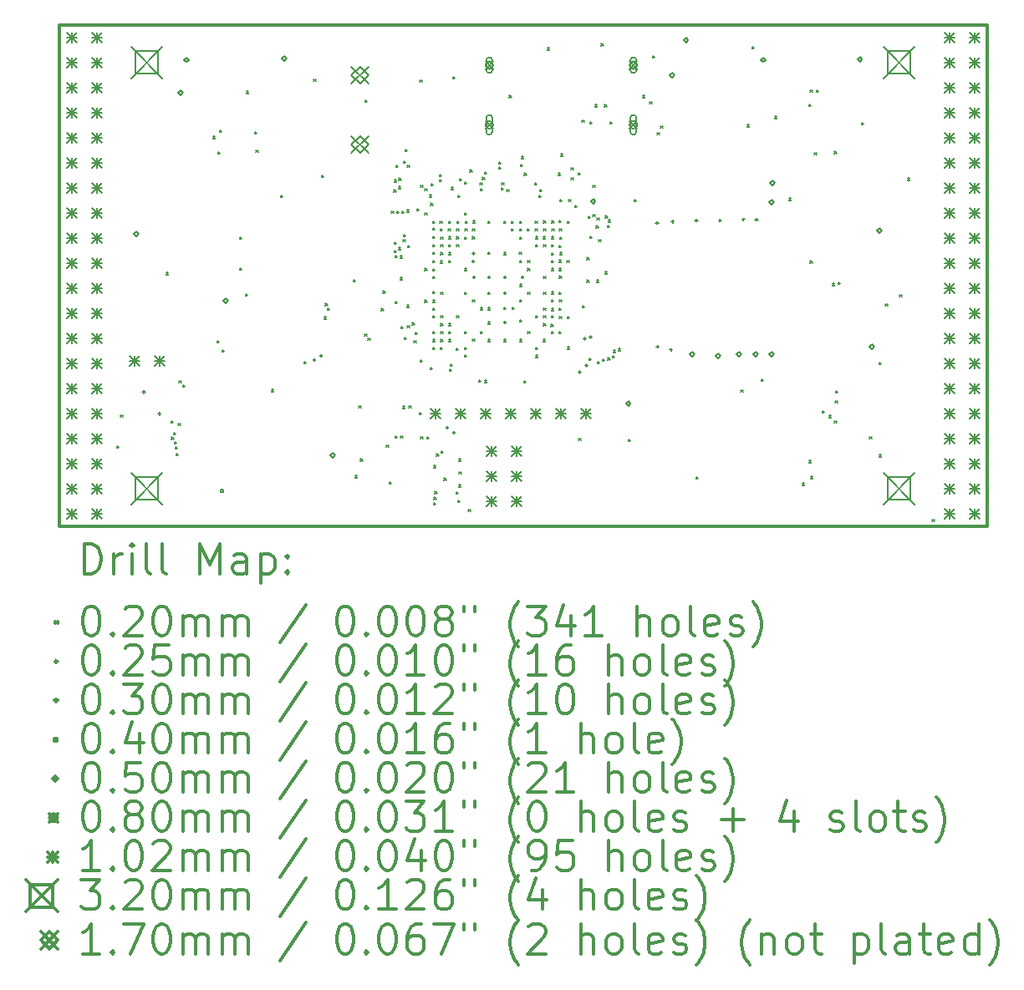
<source format=gbr>
%FSLAX45Y45*%
G04 Gerber Fmt 4.5, Leading zero omitted, Abs format (unit mm)*
G04 Created by KiCad (PCBNEW 4.0.7+dfsg1-1) date Fri Nov 10 23:03:43 2017*
%MOMM*%
%LPD*%
G01*
G04 APERTURE LIST*
%ADD10C,0.127000*%
%ADD11C,0.300000*%
%ADD12C,0.200000*%
G04 APERTURE END LIST*
D10*
D11*
X9410000Y-6142000D02*
X9410000Y-11222000D01*
X18808000Y-6142000D02*
X9410000Y-6142000D01*
X18808000Y-11222000D02*
X18808000Y-6142000D01*
X9410000Y-11222000D02*
X18808000Y-11222000D01*
D12*
X9998000Y-10410000D02*
X10018000Y-10430000D01*
X10018000Y-10410000D02*
X9998000Y-10430000D01*
X10035000Y-10094400D02*
X10055000Y-10114400D01*
X10055000Y-10094400D02*
X10035000Y-10114400D01*
X10493771Y-8653299D02*
X10513771Y-8673299D01*
X10513771Y-8653299D02*
X10493771Y-8673299D01*
X10547276Y-10156132D02*
X10567276Y-10176132D01*
X10567276Y-10156132D02*
X10547276Y-10176132D01*
X10552725Y-10321224D02*
X10572725Y-10341224D01*
X10572725Y-10321224D02*
X10552725Y-10341224D01*
X10571376Y-10271934D02*
X10591376Y-10291934D01*
X10591376Y-10271934D02*
X10571376Y-10291934D01*
X10579560Y-10366582D02*
X10599560Y-10386582D01*
X10599560Y-10366582D02*
X10579560Y-10386582D01*
X10589272Y-10418380D02*
X10609272Y-10438380D01*
X10609272Y-10418380D02*
X10589272Y-10438380D01*
X10598875Y-10487404D02*
X10618875Y-10507404D01*
X10618875Y-10487404D02*
X10598875Y-10507404D01*
X10618105Y-10179347D02*
X10638105Y-10199347D01*
X10638105Y-10179347D02*
X10618105Y-10199347D01*
X10626851Y-9751340D02*
X10646851Y-9771340D01*
X10646851Y-9751340D02*
X10626851Y-9771340D01*
X10664117Y-9793541D02*
X10684117Y-9813541D01*
X10684117Y-9793541D02*
X10664117Y-9813541D01*
X10972800Y-7273000D02*
X10992800Y-7293000D01*
X10992800Y-7273000D02*
X10972800Y-7293000D01*
X11014904Y-9343377D02*
X11034904Y-9363377D01*
X11034904Y-9343377D02*
X11014904Y-9363377D01*
X11021352Y-7428070D02*
X11041352Y-7448070D01*
X11041352Y-7428070D02*
X11021352Y-7448070D01*
X11038300Y-7211500D02*
X11058300Y-7231500D01*
X11058300Y-7211500D02*
X11038300Y-7231500D01*
X11061873Y-9435178D02*
X11081873Y-9455178D01*
X11081873Y-9435178D02*
X11061873Y-9455178D01*
X11241500Y-8291000D02*
X11261500Y-8311000D01*
X11261500Y-8291000D02*
X11241500Y-8311000D01*
X11241500Y-8608500D02*
X11261500Y-8628500D01*
X11261500Y-8608500D02*
X11241500Y-8628500D01*
X11298000Y-8870000D02*
X11318000Y-8890000D01*
X11318000Y-8870000D02*
X11298000Y-8890000D01*
X11311224Y-6814440D02*
X11331224Y-6834440D01*
X11331224Y-6814440D02*
X11311224Y-6834440D01*
X11393900Y-7224200D02*
X11413900Y-7244200D01*
X11413900Y-7224200D02*
X11393900Y-7244200D01*
X11406600Y-7414700D02*
X11426600Y-7434700D01*
X11426600Y-7414700D02*
X11406600Y-7434700D01*
X11563000Y-9839314D02*
X11583000Y-9859314D01*
X11583000Y-9839314D02*
X11563000Y-9859314D01*
X11655434Y-7867799D02*
X11675434Y-7887799D01*
X11675434Y-7867799D02*
X11655434Y-7887799D01*
X11890851Y-9556294D02*
X11910851Y-9576294D01*
X11910851Y-9556294D02*
X11890851Y-9576294D01*
X11990800Y-6690800D02*
X12010800Y-6710800D01*
X12010800Y-6690800D02*
X11990800Y-6710800D01*
X12073455Y-7667909D02*
X12093455Y-7687909D01*
X12093455Y-7667909D02*
X12073455Y-7687909D01*
X12094120Y-9102507D02*
X12114120Y-9122507D01*
X12114120Y-9102507D02*
X12094120Y-9122507D01*
X12110622Y-8966255D02*
X12130622Y-8986255D01*
X12130622Y-8966255D02*
X12110622Y-8986255D01*
X12130195Y-9015187D02*
X12150195Y-9035187D01*
X12150195Y-9015187D02*
X12130195Y-9035187D01*
X12392771Y-8724771D02*
X12412771Y-8744771D01*
X12412771Y-8724771D02*
X12392771Y-8744771D01*
X12392771Y-8724771D02*
X12412771Y-8744771D01*
X12412771Y-8724771D02*
X12392771Y-8744771D01*
X12410242Y-10710764D02*
X12430242Y-10730764D01*
X12430242Y-10710764D02*
X12410242Y-10730764D01*
X12448000Y-10005500D02*
X12468000Y-10025500D01*
X12468000Y-10005500D02*
X12448000Y-10025500D01*
X12464182Y-10539469D02*
X12484182Y-10559469D01*
X12484182Y-10539469D02*
X12464182Y-10559469D01*
X12506739Y-9274152D02*
X12526739Y-9294152D01*
X12526739Y-9274152D02*
X12506739Y-9294152D01*
X12509354Y-6905685D02*
X12529354Y-6925685D01*
X12529354Y-6905685D02*
X12509354Y-6925685D01*
X12539954Y-9315068D02*
X12559954Y-9335068D01*
X12559954Y-9315068D02*
X12539954Y-9335068D01*
X12678001Y-9017611D02*
X12698001Y-9037611D01*
X12698001Y-9017611D02*
X12678001Y-9037611D01*
X12694005Y-8838107D02*
X12714005Y-8858107D01*
X12714005Y-8838107D02*
X12694005Y-8858107D01*
X12725815Y-10402805D02*
X12745815Y-10422805D01*
X12745815Y-10402805D02*
X12725815Y-10422805D01*
X12755664Y-10771679D02*
X12775664Y-10791679D01*
X12775664Y-10771679D02*
X12755664Y-10791679D01*
X12778962Y-8030743D02*
X12798962Y-8050743D01*
X12798962Y-8030743D02*
X12778962Y-8050743D01*
X12802557Y-7813365D02*
X12822557Y-7833365D01*
X12822557Y-7813365D02*
X12802557Y-7833365D01*
X12805201Y-7714196D02*
X12825201Y-7734196D01*
X12825201Y-7714196D02*
X12805201Y-7734196D01*
X12806546Y-8342876D02*
X12826546Y-8362876D01*
X12826546Y-8342876D02*
X12806546Y-8362876D01*
X12808416Y-8429135D02*
X12828416Y-8449135D01*
X12828416Y-8429135D02*
X12808416Y-8449135D01*
X12815144Y-8946421D02*
X12835144Y-8966421D01*
X12835144Y-8946421D02*
X12815144Y-8966421D01*
X12815856Y-8481308D02*
X12835856Y-8501308D01*
X12835856Y-8481308D02*
X12815856Y-8501308D01*
X12818000Y-10310000D02*
X12838000Y-10330000D01*
X12838000Y-10310000D02*
X12818000Y-10330000D01*
X12824906Y-7565392D02*
X12844906Y-7585392D01*
X12844906Y-7565392D02*
X12824906Y-7585392D01*
X12831658Y-8029985D02*
X12851658Y-8049985D01*
X12851658Y-8029985D02*
X12831658Y-8049985D01*
X12849054Y-7779404D02*
X12869054Y-7799404D01*
X12869054Y-7779404D02*
X12849054Y-7799404D01*
X12850625Y-8397579D02*
X12870625Y-8417579D01*
X12870625Y-8397579D02*
X12850625Y-8417579D01*
X12854493Y-7695003D02*
X12874493Y-7715003D01*
X12874493Y-7695003D02*
X12854493Y-7715003D01*
X12867665Y-8703514D02*
X12887665Y-8723514D01*
X12887665Y-8703514D02*
X12867665Y-8723514D01*
X12868556Y-8482884D02*
X12888556Y-8502884D01*
X12888556Y-8482884D02*
X12868556Y-8502884D01*
X12870682Y-10308590D02*
X12890682Y-10328590D01*
X12890682Y-10308590D02*
X12870682Y-10328590D01*
X12877965Y-9201104D02*
X12897965Y-9221104D01*
X12897965Y-9201104D02*
X12877965Y-9221104D01*
X12884359Y-8029973D02*
X12904359Y-8049973D01*
X12904359Y-8029973D02*
X12884359Y-8049973D01*
X12890520Y-10007480D02*
X12910520Y-10027480D01*
X12910520Y-10007480D02*
X12890520Y-10027480D01*
X12895596Y-8320413D02*
X12915596Y-8340413D01*
X12915596Y-8320413D02*
X12895596Y-8340413D01*
X12902508Y-7521580D02*
X12922508Y-7541580D01*
X12922508Y-7521580D02*
X12902508Y-7541580D01*
X12902799Y-8268206D02*
X12922799Y-8288206D01*
X12922799Y-8268206D02*
X12902799Y-8288206D01*
X12909665Y-9310913D02*
X12929665Y-9330913D01*
X12929665Y-9310913D02*
X12909665Y-9330913D01*
X12915222Y-7404246D02*
X12935222Y-7424246D01*
X12935222Y-7404246D02*
X12915222Y-7424246D01*
X12934924Y-8982695D02*
X12954924Y-9002695D01*
X12954924Y-8982695D02*
X12934924Y-9002695D01*
X12935799Y-8018511D02*
X12955799Y-8038511D01*
X12955799Y-8018511D02*
X12935799Y-8038511D01*
X12937785Y-9190082D02*
X12957785Y-9210082D01*
X12957785Y-9190082D02*
X12937785Y-9210082D01*
X12939334Y-7563781D02*
X12959334Y-7583781D01*
X12959334Y-7563781D02*
X12939334Y-7583781D01*
X12942118Y-8375373D02*
X12962118Y-8395373D01*
X12962118Y-8375373D02*
X12942118Y-8395373D01*
X12956000Y-10005500D02*
X12976000Y-10025500D01*
X12976000Y-10005500D02*
X12956000Y-10025500D01*
X12988816Y-9162200D02*
X13008816Y-9182200D01*
X13008816Y-9162200D02*
X12988816Y-9182200D01*
X13007140Y-9344434D02*
X13027140Y-9364434D01*
X13027140Y-9344434D02*
X13007140Y-9364434D01*
X13020226Y-9260033D02*
X13040226Y-9280033D01*
X13040226Y-9260033D02*
X13020226Y-9280033D01*
X13038990Y-8006723D02*
X13058990Y-8026723D01*
X13058990Y-8006723D02*
X13038990Y-8026723D01*
X13059238Y-10069000D02*
X13079238Y-10089000D01*
X13079238Y-10069000D02*
X13059238Y-10089000D01*
X13066199Y-6701962D02*
X13086199Y-6721962D01*
X13086199Y-6701962D02*
X13066199Y-6721962D01*
X13070707Y-9535414D02*
X13090707Y-9555414D01*
X13090707Y-9535414D02*
X13070707Y-9555414D01*
X13073949Y-10316052D02*
X13093949Y-10336052D01*
X13093949Y-10316052D02*
X13073949Y-10336052D01*
X13075683Y-7768682D02*
X13095683Y-7788682D01*
X13095683Y-7768682D02*
X13075683Y-7788682D01*
X13115313Y-7803422D02*
X13135313Y-7823422D01*
X13135313Y-7803422D02*
X13115313Y-7823422D01*
X13117530Y-8049575D02*
X13137530Y-8069575D01*
X13137530Y-8049575D02*
X13117530Y-8069575D01*
X13117831Y-8611310D02*
X13137831Y-8631310D01*
X13137831Y-8611310D02*
X13117831Y-8631310D01*
X13117950Y-8930733D02*
X13137950Y-8950733D01*
X13137950Y-8930733D02*
X13117950Y-8950733D01*
X13135385Y-10316052D02*
X13155385Y-10336052D01*
X13155385Y-10316052D02*
X13135385Y-10336052D01*
X13160933Y-7864587D02*
X13180933Y-7884587D01*
X13180933Y-7864587D02*
X13160933Y-7884587D01*
X13170890Y-9612737D02*
X13190890Y-9632737D01*
X13190890Y-9612737D02*
X13170890Y-9632737D01*
X13174731Y-7948989D02*
X13194731Y-7968989D01*
X13194731Y-7948989D02*
X13174731Y-7968989D01*
X13182329Y-7748485D02*
X13202329Y-7768485D01*
X13202329Y-7748485D02*
X13182329Y-7768485D01*
X13196210Y-8447238D02*
X13216210Y-8467238D01*
X13216210Y-8447238D02*
X13196210Y-8467238D01*
X13197362Y-8531639D02*
X13217362Y-8551639D01*
X13217362Y-8531639D02*
X13197362Y-8551639D01*
X13197562Y-8931064D02*
X13217562Y-8951064D01*
X13217562Y-8931064D02*
X13197562Y-8951064D01*
X13197765Y-9087799D02*
X13217765Y-9107799D01*
X13217765Y-9087799D02*
X13197765Y-9107799D01*
X13198000Y-8130000D02*
X13218000Y-8150000D01*
X13218000Y-8130000D02*
X13198000Y-8150000D01*
X13198000Y-8690000D02*
X13218000Y-8710000D01*
X13218000Y-8690000D02*
X13198000Y-8710000D01*
X13198000Y-9250000D02*
X13218000Y-9270000D01*
X13218000Y-9250000D02*
X13198000Y-9270000D01*
X13198000Y-9330000D02*
X13218000Y-9350000D01*
X13218000Y-9330000D02*
X13198000Y-9350000D01*
X13198000Y-9410000D02*
X13218000Y-9430000D01*
X13218000Y-9410000D02*
X13198000Y-9430000D01*
X13198001Y-8200333D02*
X13218001Y-8220333D01*
X13218001Y-8200333D02*
X13198001Y-8220333D01*
X13198131Y-8284736D02*
X13218131Y-8304736D01*
X13218131Y-8284736D02*
X13198131Y-8304736D01*
X13198296Y-9011078D02*
X13218296Y-9031078D01*
X13218296Y-9011078D02*
X13198296Y-9031078D01*
X13198303Y-8616041D02*
X13218303Y-8636041D01*
X13218303Y-8616041D02*
X13198303Y-8636041D01*
X13198368Y-8369137D02*
X13218368Y-8389137D01*
X13218368Y-8369137D02*
X13198368Y-8389137D01*
X13198405Y-8845827D02*
X13218405Y-8865827D01*
X13218405Y-8845827D02*
X13198405Y-8865827D01*
X13204611Y-10984026D02*
X13224611Y-11004026D01*
X13224611Y-10984026D02*
X13204611Y-11004026D01*
X13206286Y-10608587D02*
X13226286Y-10628587D01*
X13226286Y-10608587D02*
X13206286Y-10628587D01*
X13208900Y-10931500D02*
X13228900Y-10951500D01*
X13228900Y-10931500D02*
X13208900Y-10951500D01*
X13218000Y-10870000D02*
X13238000Y-10890000D01*
X13238000Y-10870000D02*
X13218000Y-10890000D01*
X13234844Y-10489450D02*
X13254844Y-10509450D01*
X13254844Y-10489450D02*
X13234844Y-10509450D01*
X13263724Y-7657621D02*
X13283724Y-7677621D01*
X13283724Y-7657621D02*
X13263724Y-7677621D01*
X13266117Y-7710267D02*
X13286117Y-7730267D01*
X13286117Y-7710267D02*
X13266117Y-7730267D01*
X13268334Y-8130000D02*
X13288334Y-8150000D01*
X13288334Y-8130000D02*
X13268334Y-8150000D01*
X13271035Y-8207799D02*
X13291035Y-8227799D01*
X13291035Y-8207799D02*
X13271035Y-8227799D01*
X13274520Y-8535556D02*
X13294520Y-8555556D01*
X13294520Y-8535556D02*
X13274520Y-8555556D01*
X13274623Y-9409707D02*
X13294623Y-9429707D01*
X13294623Y-9409707D02*
X13274623Y-9429707D01*
X13278000Y-8290949D02*
X13298000Y-8310949D01*
X13298000Y-8290949D02*
X13278000Y-8310949D01*
X13278000Y-8850000D02*
X13298000Y-8870000D01*
X13298000Y-8850000D02*
X13278000Y-8870000D01*
X13278000Y-9090000D02*
X13298000Y-9110000D01*
X13298000Y-9090000D02*
X13278000Y-9110000D01*
X13278000Y-9170000D02*
X13298000Y-9190000D01*
X13298000Y-9170000D02*
X13278000Y-9190000D01*
X13278000Y-9250000D02*
X13298000Y-9270000D01*
X13298000Y-9250000D02*
X13278000Y-9270000D01*
X13278000Y-9330000D02*
X13298000Y-9350000D01*
X13298000Y-9330000D02*
X13278000Y-9350000D01*
X13278042Y-8449051D02*
X13298042Y-8469051D01*
X13298042Y-8449051D02*
X13278042Y-8469051D01*
X13278650Y-8369051D02*
X13298650Y-8389051D01*
X13298650Y-8369051D02*
X13278650Y-8389051D01*
X13283696Y-10459892D02*
X13303696Y-10479892D01*
X13303696Y-10459892D02*
X13283696Y-10479892D01*
X13311600Y-10736500D02*
X13331600Y-10756500D01*
X13331600Y-10736500D02*
X13311600Y-10756500D01*
X13354839Y-8209060D02*
X13374839Y-8229060D01*
X13374839Y-8209060D02*
X13354839Y-8229060D01*
X13357194Y-8449520D02*
X13377194Y-8469520D01*
X13377194Y-8449520D02*
X13357194Y-8469520D01*
X13357258Y-8131468D02*
X13377258Y-8151468D01*
X13377258Y-8131468D02*
X13357258Y-8151468D01*
X13358000Y-8290000D02*
X13378000Y-8310000D01*
X13378000Y-8290000D02*
X13358000Y-8310000D01*
X13358000Y-8370000D02*
X13378000Y-8390000D01*
X13378000Y-8370000D02*
X13358000Y-8390000D01*
X13358000Y-8530000D02*
X13378000Y-8550000D01*
X13378000Y-8530000D02*
X13358000Y-8550000D01*
X13358000Y-9170000D02*
X13378000Y-9190000D01*
X13378000Y-9170000D02*
X13358000Y-9190000D01*
X13358000Y-9250000D02*
X13378000Y-9270000D01*
X13378000Y-9250000D02*
X13358000Y-9270000D01*
X13358548Y-9330230D02*
X13378548Y-9350230D01*
X13378548Y-9330230D02*
X13358548Y-9350230D01*
X13366285Y-9629515D02*
X13386285Y-9649515D01*
X13386285Y-9629515D02*
X13366285Y-9649515D01*
X13375239Y-9577580D02*
X13395239Y-9597580D01*
X13395239Y-9577580D02*
X13375239Y-9597580D01*
X13384238Y-7788077D02*
X13404238Y-7808077D01*
X13404238Y-7788077D02*
X13384238Y-7808077D01*
X13397916Y-6668615D02*
X13417916Y-6688615D01*
X13417916Y-6668615D02*
X13397916Y-6688615D01*
X13435582Y-9416717D02*
X13455582Y-9436717D01*
X13455582Y-9416717D02*
X13435582Y-9436717D01*
X13436400Y-10874197D02*
X13456400Y-10894197D01*
X13456400Y-10874197D02*
X13436400Y-10894197D01*
X13437651Y-8208015D02*
X13457651Y-8228015D01*
X13457651Y-8208015D02*
X13437651Y-8228015D01*
X13438000Y-8290000D02*
X13458000Y-8310000D01*
X13458000Y-8290000D02*
X13438000Y-8310000D01*
X13438000Y-8370000D02*
X13458000Y-8390000D01*
X13458000Y-8370000D02*
X13438000Y-8390000D01*
X13438000Y-9090000D02*
X13458000Y-9110000D01*
X13458000Y-9090000D02*
X13438000Y-9110000D01*
X13441659Y-8130675D02*
X13461659Y-8150675D01*
X13461659Y-8130675D02*
X13441659Y-8150675D01*
X13451300Y-7871900D02*
X13471300Y-7891900D01*
X13471300Y-7871900D02*
X13451300Y-7891900D01*
X13453687Y-10961995D02*
X13473687Y-10981995D01*
X13473687Y-10961995D02*
X13453687Y-10981995D01*
X13457587Y-10803159D02*
X13477587Y-10823159D01*
X13477587Y-10803159D02*
X13457587Y-10823159D01*
X13460735Y-10540845D02*
X13480735Y-10560845D01*
X13480735Y-10540845D02*
X13460735Y-10560845D01*
X13465065Y-10671051D02*
X13485065Y-10691051D01*
X13485065Y-10671051D02*
X13465065Y-10691051D01*
X13465805Y-7703014D02*
X13485805Y-7723014D01*
X13485805Y-7703014D02*
X13465805Y-7723014D01*
X13517331Y-8851860D02*
X13537331Y-8871860D01*
X13537331Y-8851860D02*
X13517331Y-8871860D01*
X13518000Y-8292201D02*
X13538000Y-8312201D01*
X13538000Y-8292201D02*
X13518000Y-8312201D01*
X13518000Y-8610000D02*
X13538000Y-8630000D01*
X13538000Y-8610000D02*
X13518000Y-8630000D01*
X13518000Y-9250000D02*
X13538000Y-9270000D01*
X13538000Y-9250000D02*
X13518000Y-9270000D01*
X13518006Y-7736330D02*
X13538006Y-7756330D01*
X13538006Y-7736330D02*
X13518006Y-7756330D01*
X13518128Y-8048312D02*
X13538128Y-8068312D01*
X13538128Y-8048312D02*
X13518128Y-8068312D01*
X13518463Y-9488530D02*
X13538463Y-9508530D01*
X13538463Y-9488530D02*
X13518463Y-9508530D01*
X13518862Y-9412562D02*
X13538862Y-9432562D01*
X13538862Y-9412562D02*
X13518862Y-9432562D01*
X13522052Y-8209644D02*
X13542052Y-8229644D01*
X13542052Y-8209644D02*
X13522052Y-8229644D01*
X13526061Y-8129883D02*
X13546061Y-8149883D01*
X13546061Y-8129883D02*
X13526061Y-8149883D01*
X13555656Y-11051071D02*
X13575656Y-11071071D01*
X13575656Y-11051071D02*
X13555656Y-11071071D01*
X13573070Y-7610061D02*
X13593070Y-7630061D01*
X13593070Y-7610061D02*
X13573070Y-7630061D01*
X13598000Y-8210000D02*
X13618000Y-8230000D01*
X13618000Y-8210000D02*
X13598000Y-8230000D01*
X13598000Y-8290000D02*
X13618000Y-8310000D01*
X13618000Y-8290000D02*
X13598000Y-8310000D01*
X13598517Y-8929483D02*
X13618517Y-8949483D01*
X13618517Y-8929483D02*
X13598517Y-8949483D01*
X13599596Y-9326965D02*
X13619596Y-9346965D01*
X13619596Y-9326965D02*
X13599596Y-9346965D01*
X13604162Y-8128505D02*
X13624162Y-8148505D01*
X13624162Y-8128505D02*
X13604162Y-8148505D01*
X13664090Y-9741450D02*
X13684090Y-9761450D01*
X13684090Y-9741450D02*
X13664090Y-9761450D01*
X13675954Y-7745082D02*
X13695954Y-7765082D01*
X13695954Y-7745082D02*
X13675954Y-7765082D01*
X13678000Y-9250000D02*
X13698000Y-9270000D01*
X13698000Y-9250000D02*
X13678000Y-9270000D01*
X13678517Y-9009483D02*
X13698517Y-9029483D01*
X13698517Y-9009483D02*
X13678517Y-9029483D01*
X13682206Y-7799789D02*
X13702206Y-7819789D01*
X13702206Y-7799789D02*
X13682206Y-7819789D01*
X13700695Y-7687992D02*
X13720695Y-7707992D01*
X13720695Y-7687992D02*
X13700695Y-7707992D01*
X13719559Y-9743802D02*
X13739559Y-9763802D01*
X13739559Y-9743802D02*
X13719559Y-9763802D01*
X13720873Y-7631502D02*
X13740873Y-7651502D01*
X13740873Y-7631502D02*
X13720873Y-7651502D01*
X13755905Y-9153803D02*
X13775905Y-9173803D01*
X13775905Y-9153803D02*
X13755905Y-9173803D01*
X13758000Y-8130000D02*
X13778000Y-8150000D01*
X13778000Y-8130000D02*
X13758000Y-8150000D01*
X13758000Y-8850000D02*
X13778000Y-8870000D01*
X13778000Y-8850000D02*
X13758000Y-8870000D01*
X13758000Y-9007299D02*
X13778000Y-9027299D01*
X13778000Y-9007299D02*
X13758000Y-9027299D01*
X13758000Y-9330000D02*
X13778000Y-9350000D01*
X13778000Y-9330000D02*
X13758000Y-9350000D01*
X13758056Y-8443409D02*
X13778056Y-8463409D01*
X13778056Y-8443409D02*
X13758056Y-8463409D01*
X13867568Y-7584299D02*
X13887568Y-7604299D01*
X13887568Y-7584299D02*
X13867568Y-7604299D01*
X13867920Y-7530076D02*
X13887920Y-7550076D01*
X13887920Y-7530076D02*
X13867920Y-7550076D01*
X13893411Y-7794095D02*
X13913411Y-7814095D01*
X13913411Y-7794095D02*
X13893411Y-7814095D01*
X13894675Y-7741409D02*
X13914675Y-7761409D01*
X13914675Y-7741409D02*
X13894675Y-7761409D01*
X13917252Y-8451135D02*
X13937252Y-8471135D01*
X13937252Y-8451135D02*
X13917252Y-8471135D01*
X13918000Y-8130000D02*
X13938000Y-8150000D01*
X13938000Y-8130000D02*
X13918000Y-8150000D01*
X13918000Y-9002299D02*
X13938000Y-9022299D01*
X13938000Y-9002299D02*
X13918000Y-9022299D01*
X13918000Y-9330000D02*
X13938000Y-9350000D01*
X13938000Y-9330000D02*
X13918000Y-9350000D01*
X13947862Y-7810586D02*
X13967862Y-7830586D01*
X13967862Y-7810586D02*
X13947862Y-7830586D01*
X13972000Y-6856567D02*
X13992000Y-6876567D01*
X13992000Y-6856567D02*
X13972000Y-6876567D01*
X13993095Y-8210000D02*
X14013095Y-8230000D01*
X14013095Y-8210000D02*
X13993095Y-8230000D01*
X13993599Y-8130000D02*
X14013599Y-8150000D01*
X14013599Y-8130000D02*
X13993599Y-8150000D01*
X13999489Y-9002299D02*
X14019489Y-9022299D01*
X14019489Y-9002299D02*
X13999489Y-9022299D01*
X14073600Y-8443400D02*
X14093600Y-8463400D01*
X14093600Y-8443400D02*
X14073600Y-8463400D01*
X14076403Y-8294140D02*
X14096403Y-8314140D01*
X14096403Y-8294140D02*
X14076403Y-8314140D01*
X14077419Y-9133335D02*
X14097419Y-9153335D01*
X14097419Y-9133335D02*
X14077419Y-9153335D01*
X14077497Y-8207716D02*
X14097497Y-8227716D01*
X14097497Y-8207716D02*
X14077497Y-8227716D01*
X14078000Y-8130000D02*
X14098000Y-8150000D01*
X14098000Y-8130000D02*
X14078000Y-8150000D01*
X14078000Y-8530000D02*
X14098000Y-8550000D01*
X14098000Y-8530000D02*
X14078000Y-8550000D01*
X14078000Y-8770000D02*
X14098000Y-8790000D01*
X14098000Y-8770000D02*
X14078000Y-8790000D01*
X14078000Y-8930000D02*
X14098000Y-8950000D01*
X14098000Y-8930000D02*
X14078000Y-8950000D01*
X14078000Y-9330000D02*
X14098000Y-9350000D01*
X14098000Y-9330000D02*
X14078000Y-9350000D01*
X14088006Y-7558194D02*
X14108006Y-7578194D01*
X14108006Y-7558194D02*
X14088006Y-7578194D01*
X14094664Y-7477380D02*
X14114664Y-7497380D01*
X14114664Y-7477380D02*
X14094664Y-7497380D01*
X14118000Y-9750000D02*
X14138000Y-9770000D01*
X14138000Y-9750000D02*
X14118000Y-9770000D01*
X14124297Y-7645500D02*
X14144297Y-7665500D01*
X14144297Y-7645500D02*
X14124297Y-7665500D01*
X14156269Y-8210778D02*
X14176269Y-8230778D01*
X14176269Y-8210778D02*
X14156269Y-8230778D01*
X14158000Y-8530000D02*
X14178000Y-8550000D01*
X14178000Y-8530000D02*
X14158000Y-8550000D01*
X14158000Y-8610000D02*
X14178000Y-8630000D01*
X14178000Y-8610000D02*
X14158000Y-8630000D01*
X14158000Y-8850000D02*
X14178000Y-8870000D01*
X14178000Y-8850000D02*
X14158000Y-8870000D01*
X14158000Y-9250000D02*
X14178000Y-9270000D01*
X14178000Y-9250000D02*
X14158000Y-9270000D01*
X14229388Y-7741388D02*
X14249388Y-7761388D01*
X14249388Y-7741388D02*
X14229388Y-7761388D01*
X14233746Y-8208147D02*
X14253746Y-8228147D01*
X14253746Y-8208147D02*
X14233746Y-8228147D01*
X14235691Y-8130580D02*
X14255691Y-8150580D01*
X14255691Y-8130580D02*
X14235691Y-8150580D01*
X14237355Y-8289891D02*
X14257355Y-8309891D01*
X14257355Y-8289891D02*
X14237355Y-8309891D01*
X14238000Y-8370000D02*
X14258000Y-8390000D01*
X14258000Y-8370000D02*
X14238000Y-8390000D01*
X14238000Y-9090000D02*
X14258000Y-9110000D01*
X14258000Y-9090000D02*
X14238000Y-9110000D01*
X14238000Y-9410000D02*
X14258000Y-9430000D01*
X14258000Y-9410000D02*
X14238000Y-9430000D01*
X14238000Y-9490000D02*
X14258000Y-9510000D01*
X14258000Y-9490000D02*
X14238000Y-9510000D01*
X14274121Y-7868425D02*
X14294121Y-7888425D01*
X14294121Y-7868425D02*
X14274121Y-7888425D01*
X14281176Y-7811737D02*
X14301176Y-7831737D01*
X14301176Y-7811737D02*
X14281176Y-7831737D01*
X14315799Y-8290000D02*
X14335799Y-8310000D01*
X14335799Y-8290000D02*
X14315799Y-8310000D01*
X14316969Y-9331491D02*
X14336969Y-9351491D01*
X14336969Y-9331491D02*
X14316969Y-9351491D01*
X14317803Y-8849503D02*
X14337803Y-8869503D01*
X14337803Y-8849503D02*
X14317803Y-8869503D01*
X14318000Y-8370000D02*
X14338000Y-8390000D01*
X14338000Y-8370000D02*
X14318000Y-8390000D01*
X14318000Y-8690000D02*
X14338000Y-8710000D01*
X14338000Y-8690000D02*
X14318000Y-8710000D01*
X14318000Y-9090000D02*
X14338000Y-9110000D01*
X14338000Y-9090000D02*
X14318000Y-9110000D01*
X14318000Y-9170000D02*
X14338000Y-9190000D01*
X14338000Y-9170000D02*
X14318000Y-9190000D01*
X14318147Y-8210607D02*
X14338147Y-8230607D01*
X14338147Y-8210607D02*
X14318147Y-8230607D01*
X14318182Y-9010195D02*
X14338182Y-9030195D01*
X14338182Y-9010195D02*
X14318182Y-9030195D01*
X14320092Y-8127729D02*
X14340092Y-8147729D01*
X14340092Y-8127729D02*
X14320092Y-8147729D01*
X14355067Y-6376252D02*
X14375067Y-6396252D01*
X14375067Y-6376252D02*
X14355067Y-6396252D01*
X14396483Y-9177765D02*
X14416483Y-9197765D01*
X14416483Y-9177765D02*
X14396483Y-9197765D01*
X14397624Y-8929530D02*
X14417624Y-8949530D01*
X14417624Y-8929530D02*
X14397624Y-8949530D01*
X14397701Y-9016697D02*
X14417701Y-9036697D01*
X14417701Y-9016697D02*
X14397701Y-9036697D01*
X14398000Y-8610000D02*
X14418000Y-8630000D01*
X14418000Y-8610000D02*
X14398000Y-8630000D01*
X14398000Y-9090000D02*
X14418000Y-9110000D01*
X14418000Y-9090000D02*
X14398000Y-9110000D01*
X14398283Y-8848451D02*
X14418283Y-8868451D01*
X14418283Y-8848451D02*
X14398283Y-8868451D01*
X14400201Y-8290000D02*
X14420201Y-8310000D01*
X14420201Y-8290000D02*
X14400201Y-8310000D01*
X14400201Y-8529722D02*
X14420201Y-8549722D01*
X14420201Y-8529722D02*
X14400201Y-8549722D01*
X14400319Y-8367799D02*
X14420319Y-8387799D01*
X14420319Y-8367799D02*
X14400319Y-8387799D01*
X14400319Y-8452201D02*
X14420319Y-8472201D01*
X14420319Y-8452201D02*
X14400319Y-8472201D01*
X14401325Y-9248876D02*
X14421325Y-9268876D01*
X14421325Y-9248876D02*
X14401325Y-9268876D01*
X14402549Y-8208647D02*
X14422549Y-8228647D01*
X14422549Y-8208647D02*
X14402549Y-8228647D01*
X14404493Y-8128708D02*
X14424493Y-8148708D01*
X14424493Y-8128708D02*
X14404493Y-8148708D01*
X14469711Y-7646534D02*
X14489711Y-7666534D01*
X14489711Y-7646534D02*
X14469711Y-7666534D01*
X14476724Y-9012976D02*
X14496724Y-9032976D01*
X14496724Y-9012976D02*
X14476724Y-9032976D01*
X14476810Y-8527135D02*
X14496810Y-8547135D01*
X14496810Y-8527135D02*
X14476810Y-8547135D01*
X14477394Y-8376040D02*
X14497394Y-8396040D01*
X14497394Y-8376040D02*
X14477394Y-8396040D01*
X14477515Y-8611890D02*
X14497515Y-8631890D01*
X14497515Y-8611890D02*
X14477515Y-8631890D01*
X14477654Y-8122836D02*
X14497654Y-8142836D01*
X14497654Y-8122836D02*
X14477654Y-8142836D01*
X14477765Y-8852201D02*
X14497765Y-8872201D01*
X14497765Y-8852201D02*
X14477765Y-8872201D01*
X14478235Y-9247799D02*
X14498235Y-9267799D01*
X14498235Y-9247799D02*
X14478235Y-9267799D01*
X14478812Y-8207237D02*
X14498812Y-8227237D01*
X14498812Y-8207237D02*
X14478812Y-8227237D01*
X14479163Y-9097377D02*
X14499163Y-9117377D01*
X14499163Y-9097377D02*
X14479163Y-9117377D01*
X14479260Y-8928574D02*
X14499260Y-8948574D01*
X14499260Y-8928574D02*
X14479260Y-8948574D01*
X14479432Y-8687756D02*
X14499432Y-8707756D01*
X14499432Y-8687756D02*
X14479432Y-8707756D01*
X14481566Y-8449874D02*
X14501566Y-8469874D01*
X14501566Y-8449874D02*
X14481566Y-8469874D01*
X14481689Y-8291638D02*
X14501689Y-8311638D01*
X14501689Y-8291638D02*
X14481689Y-8311638D01*
X14486249Y-7913538D02*
X14506249Y-7933538D01*
X14506249Y-7913538D02*
X14486249Y-7933538D01*
X14491706Y-7449281D02*
X14511706Y-7469281D01*
X14511706Y-7449281D02*
X14491706Y-7469281D01*
X14557281Y-8529606D02*
X14577281Y-8549606D01*
X14577281Y-8529606D02*
X14557281Y-8549606D01*
X14558000Y-8130000D02*
X14578000Y-8150000D01*
X14578000Y-8130000D02*
X14558000Y-8150000D01*
X14558000Y-9407799D02*
X14578000Y-9427799D01*
X14578000Y-9407799D02*
X14558000Y-9427799D01*
X14559846Y-9097377D02*
X14579846Y-9117377D01*
X14579846Y-9097377D02*
X14559846Y-9117377D01*
X14573400Y-7909811D02*
X14593400Y-7929811D01*
X14593400Y-7909811D02*
X14573400Y-7929811D01*
X14598000Y-7590000D02*
X14618000Y-7610000D01*
X14618000Y-7590000D02*
X14598000Y-7610000D01*
X14598016Y-7694497D02*
X14618016Y-7714497D01*
X14618016Y-7694497D02*
X14598016Y-7714497D01*
X14638141Y-7971938D02*
X14658141Y-7991938D01*
X14658141Y-7971938D02*
X14638141Y-7991938D01*
X14667897Y-7642240D02*
X14687897Y-7662240D01*
X14687897Y-7642240D02*
X14667897Y-7662240D01*
X14674429Y-10335274D02*
X14694429Y-10355274D01*
X14694429Y-10335274D02*
X14674429Y-10355274D01*
X14708600Y-7110000D02*
X14728600Y-7130000D01*
X14728600Y-7110000D02*
X14708600Y-7130000D01*
X14710765Y-8987304D02*
X14730765Y-9007304D01*
X14730765Y-8987304D02*
X14710765Y-9007304D01*
X14758752Y-8499333D02*
X14778752Y-8519333D01*
X14778752Y-8499333D02*
X14758752Y-8519333D01*
X14759554Y-8727799D02*
X14779554Y-8747799D01*
X14779554Y-8727799D02*
X14759554Y-8747799D01*
X14770223Y-8081781D02*
X14790223Y-8101781D01*
X14790223Y-8081781D02*
X14770223Y-8101781D01*
X14782793Y-9522924D02*
X14802793Y-9542924D01*
X14802793Y-9522924D02*
X14782793Y-9542924D01*
X14788315Y-7124708D02*
X14808315Y-7144708D01*
X14808315Y-7124708D02*
X14788315Y-7144708D01*
X14790137Y-8285878D02*
X14810137Y-8305878D01*
X14810137Y-8285878D02*
X14790137Y-8305878D01*
X14817193Y-7767799D02*
X14837193Y-7787799D01*
X14837193Y-7767799D02*
X14817193Y-7787799D01*
X14819827Y-8063981D02*
X14839827Y-8083981D01*
X14839827Y-8063981D02*
X14819827Y-8083981D01*
X14837783Y-6951968D02*
X14857783Y-6971968D01*
X14857783Y-6951968D02*
X14837783Y-6971968D01*
X14851067Y-8180003D02*
X14871067Y-8200003D01*
X14871067Y-8180003D02*
X14851067Y-8200003D01*
X14858860Y-8727808D02*
X14878860Y-8747808D01*
X14878860Y-8727808D02*
X14858860Y-8747808D01*
X14861989Y-8095601D02*
X14881989Y-8115601D01*
X14881989Y-8095601D02*
X14861989Y-8115601D01*
X14864798Y-9556963D02*
X14884798Y-9576963D01*
X14884798Y-9556963D02*
X14864798Y-9576963D01*
X14877872Y-8316103D02*
X14897872Y-8336103D01*
X14897872Y-8316103D02*
X14877872Y-8336103D01*
X14903412Y-6332405D02*
X14923412Y-6352405D01*
X14923412Y-6332405D02*
X14903412Y-6352405D01*
X14918439Y-9527799D02*
X14938439Y-9547799D01*
X14938439Y-9527799D02*
X14918439Y-9547799D01*
X14937595Y-6951968D02*
X14957595Y-6971968D01*
X14957595Y-6951968D02*
X14937595Y-6971968D01*
X14942082Y-8643412D02*
X14962082Y-8663412D01*
X14962082Y-8643412D02*
X14942082Y-8663412D01*
X14944975Y-8076843D02*
X14964975Y-8096843D01*
X14964975Y-8076843D02*
X14944975Y-8096843D01*
X14967169Y-8172566D02*
X14987169Y-8192566D01*
X14987169Y-8172566D02*
X14967169Y-8192566D01*
X14969589Y-9515108D02*
X14989589Y-9535108D01*
X14989589Y-9515108D02*
X14969589Y-9535108D01*
X14974647Y-8120398D02*
X14994647Y-8140398D01*
X14994647Y-8120398D02*
X14974647Y-8140398D01*
X14993085Y-7123185D02*
X15013085Y-7143185D01*
X15013085Y-7123185D02*
X14993085Y-7143185D01*
X15017890Y-9494025D02*
X15037890Y-9514025D01*
X15037890Y-9494025D02*
X15017890Y-9514025D01*
X15024597Y-9441753D02*
X15044597Y-9461753D01*
X15044597Y-9441753D02*
X15024597Y-9461753D01*
X15078921Y-9423257D02*
X15098921Y-9443257D01*
X15098921Y-9423257D02*
X15078921Y-9443257D01*
X15179638Y-10341072D02*
X15199638Y-10361072D01*
X15199638Y-10341072D02*
X15179638Y-10361072D01*
X15239707Y-7909347D02*
X15259707Y-7929347D01*
X15259707Y-7909347D02*
X15239707Y-7929347D01*
X15322234Y-6857342D02*
X15342234Y-6877342D01*
X15342234Y-6857342D02*
X15322234Y-6877342D01*
X15394400Y-6919400D02*
X15414400Y-6939400D01*
X15414400Y-6919400D02*
X15394400Y-6939400D01*
X15422933Y-6454377D02*
X15442933Y-6474377D01*
X15442933Y-6454377D02*
X15422933Y-6474377D01*
X15469400Y-7232600D02*
X15489400Y-7252600D01*
X15489400Y-7232600D02*
X15469400Y-7252600D01*
X15504936Y-7166453D02*
X15524936Y-7186453D01*
X15524936Y-7166453D02*
X15504936Y-7186453D01*
X15861665Y-10722518D02*
X15881665Y-10742518D01*
X15881665Y-10722518D02*
X15861665Y-10742518D01*
X16317742Y-9840172D02*
X16337742Y-9860172D01*
X16337742Y-9840172D02*
X16317742Y-9860172D01*
X16380885Y-7155186D02*
X16400885Y-7175186D01*
X16400885Y-7155186D02*
X16380885Y-7175186D01*
X16433388Y-6363745D02*
X16453388Y-6383745D01*
X16453388Y-6363745D02*
X16433388Y-6383745D01*
X16524921Y-9732292D02*
X16544921Y-9752292D01*
X16544921Y-9732292D02*
X16524921Y-9752292D01*
X16657891Y-7070355D02*
X16677891Y-7090355D01*
X16677891Y-7070355D02*
X16657891Y-7090355D01*
X16806644Y-7900804D02*
X16826644Y-7920804D01*
X16826644Y-7900804D02*
X16806644Y-7920804D01*
X16940659Y-10785373D02*
X16960659Y-10805373D01*
X16960659Y-10785373D02*
X16940659Y-10805373D01*
X17005773Y-10556635D02*
X17025773Y-10576635D01*
X17025773Y-10556635D02*
X17005773Y-10576635D01*
X17008296Y-6947101D02*
X17028296Y-6967101D01*
X17028296Y-6947101D02*
X17008296Y-6967101D01*
X17020000Y-6805100D02*
X17040000Y-6825100D01*
X17040000Y-6805100D02*
X17020000Y-6825100D01*
X17020954Y-8534153D02*
X17040954Y-8554153D01*
X17040954Y-8534153D02*
X17020954Y-8554153D01*
X17026290Y-10718620D02*
X17046290Y-10738620D01*
X17046290Y-10718620D02*
X17026290Y-10738620D01*
X17063590Y-7436498D02*
X17083590Y-7456498D01*
X17083590Y-7436498D02*
X17063590Y-7456498D01*
X17085000Y-6802556D02*
X17105000Y-6822556D01*
X17105000Y-6802556D02*
X17085000Y-6822556D01*
X17144030Y-10054574D02*
X17164030Y-10074574D01*
X17164030Y-10054574D02*
X17144030Y-10074574D01*
X17209336Y-10100566D02*
X17229336Y-10120566D01*
X17229336Y-10100566D02*
X17209336Y-10120566D01*
X17246454Y-8762201D02*
X17266454Y-8782201D01*
X17266454Y-8762201D02*
X17246454Y-8782201D01*
X17264664Y-7424799D02*
X17284664Y-7444799D01*
X17284664Y-7424799D02*
X17264664Y-7444799D01*
X17266127Y-10155168D02*
X17286127Y-10175168D01*
X17286127Y-10155168D02*
X17266127Y-10175168D01*
X17273463Y-9949992D02*
X17293463Y-9969992D01*
X17293463Y-9949992D02*
X17273463Y-9969992D01*
X17277992Y-9851865D02*
X17297992Y-9871865D01*
X17297992Y-9851865D02*
X17277992Y-9871865D01*
X17303795Y-8749428D02*
X17323795Y-8769428D01*
X17323795Y-8749428D02*
X17303795Y-8769428D01*
X17539563Y-7135743D02*
X17559563Y-7155743D01*
X17559563Y-7135743D02*
X17539563Y-7155743D01*
X17620559Y-10317981D02*
X17640559Y-10337981D01*
X17640559Y-10317981D02*
X17620559Y-10337981D01*
X17717400Y-10497912D02*
X17737400Y-10517912D01*
X17737400Y-10497912D02*
X17717400Y-10517912D01*
X17718500Y-9561000D02*
X17738500Y-9581000D01*
X17738500Y-9561000D02*
X17718500Y-9581000D01*
X17782698Y-8971206D02*
X17802698Y-8991206D01*
X17802698Y-8971206D02*
X17782698Y-8991206D01*
X17925151Y-8876833D02*
X17945151Y-8896833D01*
X17945151Y-8876833D02*
X17925151Y-8896833D01*
X18003742Y-7696947D02*
X18023742Y-7716947D01*
X18023742Y-7696947D02*
X18003742Y-7716947D01*
X18257515Y-11153763D02*
X18277515Y-11173763D01*
X18277515Y-11153763D02*
X18257515Y-11173763D01*
X12010516Y-9541295D02*
G75*
G03X12010516Y-9541295I-12700J0D01*
G01*
X12076103Y-9497760D02*
G75*
G03X12076103Y-9497760I-12700J0D01*
G01*
X13357629Y-10223262D02*
G75*
G03X13357629Y-10223262I-12700J0D01*
G01*
X13420141Y-10275223D02*
G75*
G03X13420141Y-10275223I-12700J0D01*
G01*
X13620700Y-8460000D02*
G75*
G03X13620700Y-8460000I-12700J0D01*
G01*
X13620700Y-8540000D02*
G75*
G03X13620700Y-8540000I-12700J0D01*
G01*
X13623799Y-8699540D02*
G75*
G03X13623799Y-8699540I-12700J0D01*
G01*
X13780700Y-8700000D02*
G75*
G03X13780700Y-8700000I-12700J0D01*
G01*
X13939164Y-9161521D02*
G75*
G03X13939164Y-9161521I-12700J0D01*
G01*
X13940700Y-8700000D02*
G75*
G03X13940700Y-8700000I-12700J0D01*
G01*
X13940700Y-8860000D02*
G75*
G03X13940700Y-8860000I-12700J0D01*
G01*
X14116986Y-8699500D02*
G75*
G03X14116986Y-8699500I-12700J0D01*
G01*
X14698950Y-9661750D02*
G75*
G03X14698950Y-9661750I-12700J0D01*
G01*
X14748267Y-9321929D02*
G75*
G03X14748267Y-9321929I-12700J0D01*
G01*
X14766147Y-9591326D02*
G75*
G03X14766147Y-9591326I-12700J0D01*
G01*
X14804230Y-9306313D02*
G75*
G03X14804230Y-9306313I-12700J0D01*
G01*
X10271005Y-9844495D02*
X10271005Y-9874495D01*
X10256005Y-9859495D02*
X10286005Y-9859495D01*
X10426000Y-10064000D02*
X10426000Y-10094000D01*
X10411000Y-10079000D02*
X10441000Y-10079000D01*
X15465753Y-8131365D02*
X15465753Y-8161365D01*
X15450753Y-8146365D02*
X15480753Y-8146365D01*
X15472629Y-9385995D02*
X15472629Y-9415995D01*
X15457629Y-9400995D02*
X15487629Y-9400995D01*
X15607711Y-9417696D02*
X15607711Y-9447696D01*
X15592711Y-9432696D02*
X15622711Y-9432696D01*
X15626277Y-8119937D02*
X15626277Y-8149937D01*
X15611277Y-8134937D02*
X15641277Y-8134937D01*
X15868000Y-8106084D02*
X15868000Y-8136084D01*
X15853000Y-8121084D02*
X15883000Y-8121084D01*
X16106799Y-8106612D02*
X16106799Y-8136612D01*
X16091799Y-8121612D02*
X16121799Y-8121612D01*
X16342203Y-8097066D02*
X16342203Y-8127066D01*
X16327203Y-8112066D02*
X16357203Y-8112066D01*
X16474183Y-8098057D02*
X16474183Y-8128057D01*
X16459183Y-8113057D02*
X16489183Y-8113057D01*
X11073534Y-10877788D02*
X11073534Y-10849504D01*
X11045249Y-10849504D01*
X11045249Y-10877788D01*
X11073534Y-10877788D01*
X10193207Y-8283505D02*
X10218207Y-8258505D01*
X10193207Y-8233505D01*
X10168207Y-8258505D01*
X10193207Y-8283505D01*
X10641780Y-6856248D02*
X10666780Y-6831248D01*
X10641780Y-6806248D01*
X10616780Y-6831248D01*
X10641780Y-6856248D01*
X10697481Y-6520397D02*
X10722481Y-6495397D01*
X10697481Y-6470397D01*
X10672481Y-6495397D01*
X10697481Y-6520397D01*
X11099100Y-8961000D02*
X11124100Y-8936000D01*
X11099100Y-8911000D01*
X11074100Y-8936000D01*
X11099100Y-8961000D01*
X11688050Y-6505294D02*
X11713050Y-6480294D01*
X11688050Y-6455294D01*
X11663050Y-6480294D01*
X11688050Y-6505294D01*
X12186187Y-10528017D02*
X12211187Y-10503017D01*
X12186187Y-10478017D01*
X12161187Y-10503017D01*
X12186187Y-10528017D01*
X14820245Y-7952879D02*
X14845245Y-7927879D01*
X14820245Y-7902879D01*
X14795245Y-7927879D01*
X14820245Y-7952879D01*
X15175800Y-10002400D02*
X15200800Y-9977400D01*
X15175800Y-9952400D01*
X15150800Y-9977400D01*
X15175800Y-10002400D01*
X15623558Y-6679836D02*
X15648558Y-6654836D01*
X15623558Y-6629836D01*
X15598558Y-6654836D01*
X15623558Y-6679836D01*
X15760000Y-6319400D02*
X15785000Y-6294400D01*
X15760000Y-6269400D01*
X15735000Y-6294400D01*
X15760000Y-6319400D01*
X15823369Y-9501098D02*
X15848369Y-9476098D01*
X15823369Y-9451098D01*
X15798369Y-9476098D01*
X15823369Y-9501098D01*
X16088471Y-9524450D02*
X16113471Y-9499450D01*
X16088471Y-9474450D01*
X16063471Y-9499450D01*
X16088471Y-9524450D01*
X16299275Y-9507019D02*
X16324275Y-9482019D01*
X16299275Y-9457019D01*
X16274275Y-9482019D01*
X16299275Y-9507019D01*
X16465377Y-9507555D02*
X16490377Y-9482555D01*
X16465377Y-9457555D01*
X16440377Y-9482555D01*
X16465377Y-9507555D01*
X16541725Y-6520467D02*
X16566725Y-6495467D01*
X16541725Y-6470467D01*
X16516725Y-6495467D01*
X16541725Y-6520467D01*
X16624896Y-7965803D02*
X16649896Y-7940803D01*
X16624896Y-7915803D01*
X16599896Y-7940803D01*
X16624896Y-7965803D01*
X16628000Y-9505000D02*
X16653000Y-9480000D01*
X16628000Y-9455000D01*
X16603000Y-9480000D01*
X16628000Y-9505000D01*
X16634336Y-7772799D02*
X16659336Y-7747799D01*
X16634336Y-7722799D01*
X16609336Y-7747799D01*
X16634336Y-7772799D01*
X17521033Y-6519894D02*
X17546033Y-6494894D01*
X17521033Y-6469894D01*
X17496033Y-6494894D01*
X17521033Y-6519894D01*
X17647430Y-9431910D02*
X17672430Y-9406910D01*
X17647430Y-9381910D01*
X17622430Y-9406910D01*
X17647430Y-9431910D01*
X17722991Y-8253135D02*
X17747991Y-8228135D01*
X17722991Y-8203135D01*
X17697991Y-8228135D01*
X17722991Y-8253135D01*
X13728000Y-6510000D02*
X13808000Y-6590000D01*
X13808000Y-6510000D02*
X13728000Y-6590000D01*
X13808000Y-6550000D02*
G75*
G03X13808000Y-6550000I-40000J0D01*
G01*
X13738000Y-6500000D02*
X13738000Y-6600000D01*
X13798000Y-6500000D02*
X13798000Y-6600000D01*
X13738000Y-6600000D02*
G75*
G03X13798000Y-6600000I30000J0D01*
G01*
X13798000Y-6500000D02*
G75*
G03X13738000Y-6500000I-30000J0D01*
G01*
X13728000Y-7115000D02*
X13808000Y-7195000D01*
X13808000Y-7115000D02*
X13728000Y-7195000D01*
X13808000Y-7155000D02*
G75*
G03X13808000Y-7155000I-40000J0D01*
G01*
X13738000Y-7085000D02*
X13738000Y-7225000D01*
X13798000Y-7085000D02*
X13798000Y-7225000D01*
X13738000Y-7225000D02*
G75*
G03X13798000Y-7225000I30000J0D01*
G01*
X13798000Y-7085000D02*
G75*
G03X13738000Y-7085000I-30000J0D01*
G01*
X15188000Y-6510000D02*
X15268000Y-6590000D01*
X15268000Y-6510000D02*
X15188000Y-6590000D01*
X15268000Y-6550000D02*
G75*
G03X15268000Y-6550000I-40000J0D01*
G01*
X15198000Y-6500000D02*
X15198000Y-6600000D01*
X15258000Y-6500000D02*
X15258000Y-6600000D01*
X15198000Y-6600000D02*
G75*
G03X15258000Y-6600000I30000J0D01*
G01*
X15258000Y-6500000D02*
G75*
G03X15198000Y-6500000I-30000J0D01*
G01*
X15188000Y-7115000D02*
X15268000Y-7195000D01*
X15268000Y-7115000D02*
X15188000Y-7195000D01*
X15268000Y-7155000D02*
G75*
G03X15268000Y-7155000I-40000J0D01*
G01*
X15198000Y-7085000D02*
X15198000Y-7225000D01*
X15258000Y-7085000D02*
X15258000Y-7225000D01*
X15198000Y-7225000D02*
G75*
G03X15258000Y-7225000I30000J0D01*
G01*
X15258000Y-7085000D02*
G75*
G03X15198000Y-7085000I-30000J0D01*
G01*
X9486200Y-6218200D02*
X9587800Y-6319800D01*
X9587800Y-6218200D02*
X9486200Y-6319800D01*
X9537000Y-6218200D02*
X9537000Y-6319800D01*
X9486200Y-6269000D02*
X9587800Y-6269000D01*
X9486200Y-6472200D02*
X9587800Y-6573800D01*
X9587800Y-6472200D02*
X9486200Y-6573800D01*
X9537000Y-6472200D02*
X9537000Y-6573800D01*
X9486200Y-6523000D02*
X9587800Y-6523000D01*
X9486200Y-6726200D02*
X9587800Y-6827800D01*
X9587800Y-6726200D02*
X9486200Y-6827800D01*
X9537000Y-6726200D02*
X9537000Y-6827800D01*
X9486200Y-6777000D02*
X9587800Y-6777000D01*
X9486200Y-6980200D02*
X9587800Y-7081800D01*
X9587800Y-6980200D02*
X9486200Y-7081800D01*
X9537000Y-6980200D02*
X9537000Y-7081800D01*
X9486200Y-7031000D02*
X9587800Y-7031000D01*
X9486200Y-7234200D02*
X9587800Y-7335800D01*
X9587800Y-7234200D02*
X9486200Y-7335800D01*
X9537000Y-7234200D02*
X9537000Y-7335800D01*
X9486200Y-7285000D02*
X9587800Y-7285000D01*
X9486200Y-7488200D02*
X9587800Y-7589800D01*
X9587800Y-7488200D02*
X9486200Y-7589800D01*
X9537000Y-7488200D02*
X9537000Y-7589800D01*
X9486200Y-7539000D02*
X9587800Y-7539000D01*
X9486200Y-7742200D02*
X9587800Y-7843800D01*
X9587800Y-7742200D02*
X9486200Y-7843800D01*
X9537000Y-7742200D02*
X9537000Y-7843800D01*
X9486200Y-7793000D02*
X9587800Y-7793000D01*
X9486200Y-7996200D02*
X9587800Y-8097800D01*
X9587800Y-7996200D02*
X9486200Y-8097800D01*
X9537000Y-7996200D02*
X9537000Y-8097800D01*
X9486200Y-8047000D02*
X9587800Y-8047000D01*
X9486200Y-8250200D02*
X9587800Y-8351800D01*
X9587800Y-8250200D02*
X9486200Y-8351800D01*
X9537000Y-8250200D02*
X9537000Y-8351800D01*
X9486200Y-8301000D02*
X9587800Y-8301000D01*
X9486200Y-8504200D02*
X9587800Y-8605800D01*
X9587800Y-8504200D02*
X9486200Y-8605800D01*
X9537000Y-8504200D02*
X9537000Y-8605800D01*
X9486200Y-8555000D02*
X9587800Y-8555000D01*
X9486200Y-8758200D02*
X9587800Y-8859800D01*
X9587800Y-8758200D02*
X9486200Y-8859800D01*
X9537000Y-8758200D02*
X9537000Y-8859800D01*
X9486200Y-8809000D02*
X9587800Y-8809000D01*
X9486200Y-9012200D02*
X9587800Y-9113800D01*
X9587800Y-9012200D02*
X9486200Y-9113800D01*
X9537000Y-9012200D02*
X9537000Y-9113800D01*
X9486200Y-9063000D02*
X9587800Y-9063000D01*
X9486200Y-9266200D02*
X9587800Y-9367800D01*
X9587800Y-9266200D02*
X9486200Y-9367800D01*
X9537000Y-9266200D02*
X9537000Y-9367800D01*
X9486200Y-9317000D02*
X9587800Y-9317000D01*
X9486200Y-9520200D02*
X9587800Y-9621800D01*
X9587800Y-9520200D02*
X9486200Y-9621800D01*
X9537000Y-9520200D02*
X9537000Y-9621800D01*
X9486200Y-9571000D02*
X9587800Y-9571000D01*
X9486200Y-9774200D02*
X9587800Y-9875800D01*
X9587800Y-9774200D02*
X9486200Y-9875800D01*
X9537000Y-9774200D02*
X9537000Y-9875800D01*
X9486200Y-9825000D02*
X9587800Y-9825000D01*
X9486200Y-10028200D02*
X9587800Y-10129800D01*
X9587800Y-10028200D02*
X9486200Y-10129800D01*
X9537000Y-10028200D02*
X9537000Y-10129800D01*
X9486200Y-10079000D02*
X9587800Y-10079000D01*
X9486200Y-10282200D02*
X9587800Y-10383800D01*
X9587800Y-10282200D02*
X9486200Y-10383800D01*
X9537000Y-10282200D02*
X9537000Y-10383800D01*
X9486200Y-10333000D02*
X9587800Y-10333000D01*
X9486200Y-10536200D02*
X9587800Y-10637800D01*
X9587800Y-10536200D02*
X9486200Y-10637800D01*
X9537000Y-10536200D02*
X9537000Y-10637800D01*
X9486200Y-10587000D02*
X9587800Y-10587000D01*
X9486200Y-10790200D02*
X9587800Y-10891800D01*
X9587800Y-10790200D02*
X9486200Y-10891800D01*
X9537000Y-10790200D02*
X9537000Y-10891800D01*
X9486200Y-10841000D02*
X9587800Y-10841000D01*
X9486200Y-11044200D02*
X9587800Y-11145800D01*
X9587800Y-11044200D02*
X9486200Y-11145800D01*
X9537000Y-11044200D02*
X9537000Y-11145800D01*
X9486200Y-11095000D02*
X9587800Y-11095000D01*
X9740200Y-6218200D02*
X9841800Y-6319800D01*
X9841800Y-6218200D02*
X9740200Y-6319800D01*
X9791000Y-6218200D02*
X9791000Y-6319800D01*
X9740200Y-6269000D02*
X9841800Y-6269000D01*
X9740200Y-6472200D02*
X9841800Y-6573800D01*
X9841800Y-6472200D02*
X9740200Y-6573800D01*
X9791000Y-6472200D02*
X9791000Y-6573800D01*
X9740200Y-6523000D02*
X9841800Y-6523000D01*
X9740200Y-6726200D02*
X9841800Y-6827800D01*
X9841800Y-6726200D02*
X9740200Y-6827800D01*
X9791000Y-6726200D02*
X9791000Y-6827800D01*
X9740200Y-6777000D02*
X9841800Y-6777000D01*
X9740200Y-6980200D02*
X9841800Y-7081800D01*
X9841800Y-6980200D02*
X9740200Y-7081800D01*
X9791000Y-6980200D02*
X9791000Y-7081800D01*
X9740200Y-7031000D02*
X9841800Y-7031000D01*
X9740200Y-7234200D02*
X9841800Y-7335800D01*
X9841800Y-7234200D02*
X9740200Y-7335800D01*
X9791000Y-7234200D02*
X9791000Y-7335800D01*
X9740200Y-7285000D02*
X9841800Y-7285000D01*
X9740200Y-7488200D02*
X9841800Y-7589800D01*
X9841800Y-7488200D02*
X9740200Y-7589800D01*
X9791000Y-7488200D02*
X9791000Y-7589800D01*
X9740200Y-7539000D02*
X9841800Y-7539000D01*
X9740200Y-7742200D02*
X9841800Y-7843800D01*
X9841800Y-7742200D02*
X9740200Y-7843800D01*
X9791000Y-7742200D02*
X9791000Y-7843800D01*
X9740200Y-7793000D02*
X9841800Y-7793000D01*
X9740200Y-7996200D02*
X9841800Y-8097800D01*
X9841800Y-7996200D02*
X9740200Y-8097800D01*
X9791000Y-7996200D02*
X9791000Y-8097800D01*
X9740200Y-8047000D02*
X9841800Y-8047000D01*
X9740200Y-8250200D02*
X9841800Y-8351800D01*
X9841800Y-8250200D02*
X9740200Y-8351800D01*
X9791000Y-8250200D02*
X9791000Y-8351800D01*
X9740200Y-8301000D02*
X9841800Y-8301000D01*
X9740200Y-8504200D02*
X9841800Y-8605800D01*
X9841800Y-8504200D02*
X9740200Y-8605800D01*
X9791000Y-8504200D02*
X9791000Y-8605800D01*
X9740200Y-8555000D02*
X9841800Y-8555000D01*
X9740200Y-8758200D02*
X9841800Y-8859800D01*
X9841800Y-8758200D02*
X9740200Y-8859800D01*
X9791000Y-8758200D02*
X9791000Y-8859800D01*
X9740200Y-8809000D02*
X9841800Y-8809000D01*
X9740200Y-9012200D02*
X9841800Y-9113800D01*
X9841800Y-9012200D02*
X9740200Y-9113800D01*
X9791000Y-9012200D02*
X9791000Y-9113800D01*
X9740200Y-9063000D02*
X9841800Y-9063000D01*
X9740200Y-9266200D02*
X9841800Y-9367800D01*
X9841800Y-9266200D02*
X9740200Y-9367800D01*
X9791000Y-9266200D02*
X9791000Y-9367800D01*
X9740200Y-9317000D02*
X9841800Y-9317000D01*
X9740200Y-9520200D02*
X9841800Y-9621800D01*
X9841800Y-9520200D02*
X9740200Y-9621800D01*
X9791000Y-9520200D02*
X9791000Y-9621800D01*
X9740200Y-9571000D02*
X9841800Y-9571000D01*
X9740200Y-9774200D02*
X9841800Y-9875800D01*
X9841800Y-9774200D02*
X9740200Y-9875800D01*
X9791000Y-9774200D02*
X9791000Y-9875800D01*
X9740200Y-9825000D02*
X9841800Y-9825000D01*
X9740200Y-10028200D02*
X9841800Y-10129800D01*
X9841800Y-10028200D02*
X9740200Y-10129800D01*
X9791000Y-10028200D02*
X9791000Y-10129800D01*
X9740200Y-10079000D02*
X9841800Y-10079000D01*
X9740200Y-10282200D02*
X9841800Y-10383800D01*
X9841800Y-10282200D02*
X9740200Y-10383800D01*
X9791000Y-10282200D02*
X9791000Y-10383800D01*
X9740200Y-10333000D02*
X9841800Y-10333000D01*
X9740200Y-10536200D02*
X9841800Y-10637800D01*
X9841800Y-10536200D02*
X9740200Y-10637800D01*
X9791000Y-10536200D02*
X9791000Y-10637800D01*
X9740200Y-10587000D02*
X9841800Y-10587000D01*
X9740200Y-10790200D02*
X9841800Y-10891800D01*
X9841800Y-10790200D02*
X9740200Y-10891800D01*
X9791000Y-10790200D02*
X9791000Y-10891800D01*
X9740200Y-10841000D02*
X9841800Y-10841000D01*
X9740200Y-11044200D02*
X9841800Y-11145800D01*
X9841800Y-11044200D02*
X9740200Y-11145800D01*
X9791000Y-11044200D02*
X9791000Y-11145800D01*
X9740200Y-11095000D02*
X9841800Y-11095000D01*
X10121200Y-9494800D02*
X10222800Y-9596400D01*
X10222800Y-9494800D02*
X10121200Y-9596400D01*
X10172000Y-9494800D02*
X10172000Y-9596400D01*
X10121200Y-9545600D02*
X10222800Y-9545600D01*
X10375200Y-9494800D02*
X10476800Y-9596400D01*
X10476800Y-9494800D02*
X10375200Y-9596400D01*
X10426000Y-9494800D02*
X10426000Y-9596400D01*
X10375200Y-9545600D02*
X10476800Y-9545600D01*
X13169200Y-10028200D02*
X13270800Y-10129800D01*
X13270800Y-10028200D02*
X13169200Y-10129800D01*
X13220000Y-10028200D02*
X13220000Y-10129800D01*
X13169200Y-10079000D02*
X13270800Y-10079000D01*
X13423200Y-10028200D02*
X13524800Y-10129800D01*
X13524800Y-10028200D02*
X13423200Y-10129800D01*
X13474000Y-10028200D02*
X13474000Y-10129800D01*
X13423200Y-10079000D02*
X13524800Y-10079000D01*
X13677200Y-10028200D02*
X13778800Y-10129800D01*
X13778800Y-10028200D02*
X13677200Y-10129800D01*
X13728000Y-10028200D02*
X13728000Y-10129800D01*
X13677200Y-10079000D02*
X13778800Y-10079000D01*
X13740700Y-10409200D02*
X13842300Y-10510800D01*
X13842300Y-10409200D02*
X13740700Y-10510800D01*
X13791500Y-10409200D02*
X13791500Y-10510800D01*
X13740700Y-10460000D02*
X13842300Y-10460000D01*
X13740700Y-10663200D02*
X13842300Y-10764800D01*
X13842300Y-10663200D02*
X13740700Y-10764800D01*
X13791500Y-10663200D02*
X13791500Y-10764800D01*
X13740700Y-10714000D02*
X13842300Y-10714000D01*
X13740700Y-10917200D02*
X13842300Y-11018800D01*
X13842300Y-10917200D02*
X13740700Y-11018800D01*
X13791500Y-10917200D02*
X13791500Y-11018800D01*
X13740700Y-10968000D02*
X13842300Y-10968000D01*
X13931200Y-10028200D02*
X14032800Y-10129800D01*
X14032800Y-10028200D02*
X13931200Y-10129800D01*
X13982000Y-10028200D02*
X13982000Y-10129800D01*
X13931200Y-10079000D02*
X14032800Y-10079000D01*
X13994700Y-10409200D02*
X14096300Y-10510800D01*
X14096300Y-10409200D02*
X13994700Y-10510800D01*
X14045500Y-10409200D02*
X14045500Y-10510800D01*
X13994700Y-10460000D02*
X14096300Y-10460000D01*
X13994700Y-10663200D02*
X14096300Y-10764800D01*
X14096300Y-10663200D02*
X13994700Y-10764800D01*
X14045500Y-10663200D02*
X14045500Y-10764800D01*
X13994700Y-10714000D02*
X14096300Y-10714000D01*
X13994700Y-10917200D02*
X14096300Y-11018800D01*
X14096300Y-10917200D02*
X13994700Y-11018800D01*
X14045500Y-10917200D02*
X14045500Y-11018800D01*
X13994700Y-10968000D02*
X14096300Y-10968000D01*
X14185200Y-10028200D02*
X14286800Y-10129800D01*
X14286800Y-10028200D02*
X14185200Y-10129800D01*
X14236000Y-10028200D02*
X14236000Y-10129800D01*
X14185200Y-10079000D02*
X14286800Y-10079000D01*
X14439200Y-10028200D02*
X14540800Y-10129800D01*
X14540800Y-10028200D02*
X14439200Y-10129800D01*
X14490000Y-10028200D02*
X14490000Y-10129800D01*
X14439200Y-10079000D02*
X14540800Y-10079000D01*
X14693200Y-10028200D02*
X14794800Y-10129800D01*
X14794800Y-10028200D02*
X14693200Y-10129800D01*
X14744000Y-10028200D02*
X14744000Y-10129800D01*
X14693200Y-10079000D02*
X14794800Y-10079000D01*
X18376200Y-6218200D02*
X18477800Y-6319800D01*
X18477800Y-6218200D02*
X18376200Y-6319800D01*
X18427000Y-6218200D02*
X18427000Y-6319800D01*
X18376200Y-6269000D02*
X18477800Y-6269000D01*
X18376200Y-6472200D02*
X18477800Y-6573800D01*
X18477800Y-6472200D02*
X18376200Y-6573800D01*
X18427000Y-6472200D02*
X18427000Y-6573800D01*
X18376200Y-6523000D02*
X18477800Y-6523000D01*
X18376200Y-6726200D02*
X18477800Y-6827800D01*
X18477800Y-6726200D02*
X18376200Y-6827800D01*
X18427000Y-6726200D02*
X18427000Y-6827800D01*
X18376200Y-6777000D02*
X18477800Y-6777000D01*
X18376200Y-6980200D02*
X18477800Y-7081800D01*
X18477800Y-6980200D02*
X18376200Y-7081800D01*
X18427000Y-6980200D02*
X18427000Y-7081800D01*
X18376200Y-7031000D02*
X18477800Y-7031000D01*
X18376200Y-7234200D02*
X18477800Y-7335800D01*
X18477800Y-7234200D02*
X18376200Y-7335800D01*
X18427000Y-7234200D02*
X18427000Y-7335800D01*
X18376200Y-7285000D02*
X18477800Y-7285000D01*
X18376200Y-7488200D02*
X18477800Y-7589800D01*
X18477800Y-7488200D02*
X18376200Y-7589800D01*
X18427000Y-7488200D02*
X18427000Y-7589800D01*
X18376200Y-7539000D02*
X18477800Y-7539000D01*
X18376200Y-7742200D02*
X18477800Y-7843800D01*
X18477800Y-7742200D02*
X18376200Y-7843800D01*
X18427000Y-7742200D02*
X18427000Y-7843800D01*
X18376200Y-7793000D02*
X18477800Y-7793000D01*
X18376200Y-7996200D02*
X18477800Y-8097800D01*
X18477800Y-7996200D02*
X18376200Y-8097800D01*
X18427000Y-7996200D02*
X18427000Y-8097800D01*
X18376200Y-8047000D02*
X18477800Y-8047000D01*
X18376200Y-8250200D02*
X18477800Y-8351800D01*
X18477800Y-8250200D02*
X18376200Y-8351800D01*
X18427000Y-8250200D02*
X18427000Y-8351800D01*
X18376200Y-8301000D02*
X18477800Y-8301000D01*
X18376200Y-8504200D02*
X18477800Y-8605800D01*
X18477800Y-8504200D02*
X18376200Y-8605800D01*
X18427000Y-8504200D02*
X18427000Y-8605800D01*
X18376200Y-8555000D02*
X18477800Y-8555000D01*
X18376200Y-8758200D02*
X18477800Y-8859800D01*
X18477800Y-8758200D02*
X18376200Y-8859800D01*
X18427000Y-8758200D02*
X18427000Y-8859800D01*
X18376200Y-8809000D02*
X18477800Y-8809000D01*
X18376200Y-9012200D02*
X18477800Y-9113800D01*
X18477800Y-9012200D02*
X18376200Y-9113800D01*
X18427000Y-9012200D02*
X18427000Y-9113800D01*
X18376200Y-9063000D02*
X18477800Y-9063000D01*
X18376200Y-9266200D02*
X18477800Y-9367800D01*
X18477800Y-9266200D02*
X18376200Y-9367800D01*
X18427000Y-9266200D02*
X18427000Y-9367800D01*
X18376200Y-9317000D02*
X18477800Y-9317000D01*
X18376200Y-9520200D02*
X18477800Y-9621800D01*
X18477800Y-9520200D02*
X18376200Y-9621800D01*
X18427000Y-9520200D02*
X18427000Y-9621800D01*
X18376200Y-9571000D02*
X18477800Y-9571000D01*
X18376200Y-9774200D02*
X18477800Y-9875800D01*
X18477800Y-9774200D02*
X18376200Y-9875800D01*
X18427000Y-9774200D02*
X18427000Y-9875800D01*
X18376200Y-9825000D02*
X18477800Y-9825000D01*
X18376200Y-10028200D02*
X18477800Y-10129800D01*
X18477800Y-10028200D02*
X18376200Y-10129800D01*
X18427000Y-10028200D02*
X18427000Y-10129800D01*
X18376200Y-10079000D02*
X18477800Y-10079000D01*
X18376200Y-10282200D02*
X18477800Y-10383800D01*
X18477800Y-10282200D02*
X18376200Y-10383800D01*
X18427000Y-10282200D02*
X18427000Y-10383800D01*
X18376200Y-10333000D02*
X18477800Y-10333000D01*
X18376200Y-10536200D02*
X18477800Y-10637800D01*
X18477800Y-10536200D02*
X18376200Y-10637800D01*
X18427000Y-10536200D02*
X18427000Y-10637800D01*
X18376200Y-10587000D02*
X18477800Y-10587000D01*
X18376200Y-10790200D02*
X18477800Y-10891800D01*
X18477800Y-10790200D02*
X18376200Y-10891800D01*
X18427000Y-10790200D02*
X18427000Y-10891800D01*
X18376200Y-10841000D02*
X18477800Y-10841000D01*
X18376200Y-11044200D02*
X18477800Y-11145800D01*
X18477800Y-11044200D02*
X18376200Y-11145800D01*
X18427000Y-11044200D02*
X18427000Y-11145800D01*
X18376200Y-11095000D02*
X18477800Y-11095000D01*
X18630200Y-6218200D02*
X18731800Y-6319800D01*
X18731800Y-6218200D02*
X18630200Y-6319800D01*
X18681000Y-6218200D02*
X18681000Y-6319800D01*
X18630200Y-6269000D02*
X18731800Y-6269000D01*
X18630200Y-6472200D02*
X18731800Y-6573800D01*
X18731800Y-6472200D02*
X18630200Y-6573800D01*
X18681000Y-6472200D02*
X18681000Y-6573800D01*
X18630200Y-6523000D02*
X18731800Y-6523000D01*
X18630200Y-6726200D02*
X18731800Y-6827800D01*
X18731800Y-6726200D02*
X18630200Y-6827800D01*
X18681000Y-6726200D02*
X18681000Y-6827800D01*
X18630200Y-6777000D02*
X18731800Y-6777000D01*
X18630200Y-6980200D02*
X18731800Y-7081800D01*
X18731800Y-6980200D02*
X18630200Y-7081800D01*
X18681000Y-6980200D02*
X18681000Y-7081800D01*
X18630200Y-7031000D02*
X18731800Y-7031000D01*
X18630200Y-7234200D02*
X18731800Y-7335800D01*
X18731800Y-7234200D02*
X18630200Y-7335800D01*
X18681000Y-7234200D02*
X18681000Y-7335800D01*
X18630200Y-7285000D02*
X18731800Y-7285000D01*
X18630200Y-7488200D02*
X18731800Y-7589800D01*
X18731800Y-7488200D02*
X18630200Y-7589800D01*
X18681000Y-7488200D02*
X18681000Y-7589800D01*
X18630200Y-7539000D02*
X18731800Y-7539000D01*
X18630200Y-7742200D02*
X18731800Y-7843800D01*
X18731800Y-7742200D02*
X18630200Y-7843800D01*
X18681000Y-7742200D02*
X18681000Y-7843800D01*
X18630200Y-7793000D02*
X18731800Y-7793000D01*
X18630200Y-7996200D02*
X18731800Y-8097800D01*
X18731800Y-7996200D02*
X18630200Y-8097800D01*
X18681000Y-7996200D02*
X18681000Y-8097800D01*
X18630200Y-8047000D02*
X18731800Y-8047000D01*
X18630200Y-8250200D02*
X18731800Y-8351800D01*
X18731800Y-8250200D02*
X18630200Y-8351800D01*
X18681000Y-8250200D02*
X18681000Y-8351800D01*
X18630200Y-8301000D02*
X18731800Y-8301000D01*
X18630200Y-8504200D02*
X18731800Y-8605800D01*
X18731800Y-8504200D02*
X18630200Y-8605800D01*
X18681000Y-8504200D02*
X18681000Y-8605800D01*
X18630200Y-8555000D02*
X18731800Y-8555000D01*
X18630200Y-8758200D02*
X18731800Y-8859800D01*
X18731800Y-8758200D02*
X18630200Y-8859800D01*
X18681000Y-8758200D02*
X18681000Y-8859800D01*
X18630200Y-8809000D02*
X18731800Y-8809000D01*
X18630200Y-9012200D02*
X18731800Y-9113800D01*
X18731800Y-9012200D02*
X18630200Y-9113800D01*
X18681000Y-9012200D02*
X18681000Y-9113800D01*
X18630200Y-9063000D02*
X18731800Y-9063000D01*
X18630200Y-9266200D02*
X18731800Y-9367800D01*
X18731800Y-9266200D02*
X18630200Y-9367800D01*
X18681000Y-9266200D02*
X18681000Y-9367800D01*
X18630200Y-9317000D02*
X18731800Y-9317000D01*
X18630200Y-9520200D02*
X18731800Y-9621800D01*
X18731800Y-9520200D02*
X18630200Y-9621800D01*
X18681000Y-9520200D02*
X18681000Y-9621800D01*
X18630200Y-9571000D02*
X18731800Y-9571000D01*
X18630200Y-9774200D02*
X18731800Y-9875800D01*
X18731800Y-9774200D02*
X18630200Y-9875800D01*
X18681000Y-9774200D02*
X18681000Y-9875800D01*
X18630200Y-9825000D02*
X18731800Y-9825000D01*
X18630200Y-10028200D02*
X18731800Y-10129800D01*
X18731800Y-10028200D02*
X18630200Y-10129800D01*
X18681000Y-10028200D02*
X18681000Y-10129800D01*
X18630200Y-10079000D02*
X18731800Y-10079000D01*
X18630200Y-10282200D02*
X18731800Y-10383800D01*
X18731800Y-10282200D02*
X18630200Y-10383800D01*
X18681000Y-10282200D02*
X18681000Y-10383800D01*
X18630200Y-10333000D02*
X18731800Y-10333000D01*
X18630200Y-10536200D02*
X18731800Y-10637800D01*
X18731800Y-10536200D02*
X18630200Y-10637800D01*
X18681000Y-10536200D02*
X18681000Y-10637800D01*
X18630200Y-10587000D02*
X18731800Y-10587000D01*
X18630200Y-10790200D02*
X18731800Y-10891800D01*
X18731800Y-10790200D02*
X18630200Y-10891800D01*
X18681000Y-10790200D02*
X18681000Y-10891800D01*
X18630200Y-10841000D02*
X18731800Y-10841000D01*
X18630200Y-11044200D02*
X18731800Y-11145800D01*
X18731800Y-11044200D02*
X18630200Y-11145800D01*
X18681000Y-11044200D02*
X18681000Y-11145800D01*
X18630200Y-11095000D02*
X18731800Y-11095000D01*
X10139000Y-6363000D02*
X10459000Y-6683000D01*
X10459000Y-6363000D02*
X10139000Y-6683000D01*
X10412138Y-6636138D02*
X10412138Y-6409862D01*
X10185862Y-6409862D01*
X10185862Y-6636138D01*
X10412138Y-6636138D01*
X10139000Y-10681000D02*
X10459000Y-11001000D01*
X10459000Y-10681000D02*
X10139000Y-11001000D01*
X10412138Y-10954138D02*
X10412138Y-10727862D01*
X10185862Y-10727862D01*
X10185862Y-10954138D01*
X10412138Y-10954138D01*
X17759000Y-6363000D02*
X18079000Y-6683000D01*
X18079000Y-6363000D02*
X17759000Y-6683000D01*
X18032138Y-6636138D02*
X18032138Y-6409862D01*
X17805862Y-6409862D01*
X17805862Y-6636138D01*
X18032138Y-6636138D01*
X17759000Y-10681000D02*
X18079000Y-11001000D01*
X18079000Y-10681000D02*
X17759000Y-11001000D01*
X18032138Y-10954138D02*
X18032138Y-10727862D01*
X17805862Y-10727862D01*
X17805862Y-10954138D01*
X18032138Y-10954138D01*
X12373000Y-6569000D02*
X12543000Y-6739000D01*
X12543000Y-6569000D02*
X12373000Y-6739000D01*
X12458000Y-6739000D02*
X12543000Y-6654000D01*
X12458000Y-6569000D01*
X12373000Y-6654000D01*
X12458000Y-6739000D01*
X12373000Y-7269000D02*
X12543000Y-7439000D01*
X12543000Y-7269000D02*
X12373000Y-7439000D01*
X12458000Y-7439000D02*
X12543000Y-7354000D01*
X12458000Y-7269000D01*
X12373000Y-7354000D01*
X12458000Y-7439000D01*
D11*
X9666429Y-11702714D02*
X9666429Y-11402714D01*
X9737857Y-11402714D01*
X9780714Y-11417000D01*
X9809286Y-11445571D01*
X9823571Y-11474143D01*
X9837857Y-11531286D01*
X9837857Y-11574143D01*
X9823571Y-11631286D01*
X9809286Y-11659857D01*
X9780714Y-11688429D01*
X9737857Y-11702714D01*
X9666429Y-11702714D01*
X9966429Y-11702714D02*
X9966429Y-11502714D01*
X9966429Y-11559857D02*
X9980714Y-11531286D01*
X9995000Y-11517000D01*
X10023571Y-11502714D01*
X10052143Y-11502714D01*
X10152143Y-11702714D02*
X10152143Y-11502714D01*
X10152143Y-11402714D02*
X10137857Y-11417000D01*
X10152143Y-11431286D01*
X10166429Y-11417000D01*
X10152143Y-11402714D01*
X10152143Y-11431286D01*
X10337857Y-11702714D02*
X10309286Y-11688429D01*
X10295000Y-11659857D01*
X10295000Y-11402714D01*
X10495000Y-11702714D02*
X10466429Y-11688429D01*
X10452143Y-11659857D01*
X10452143Y-11402714D01*
X10837857Y-11702714D02*
X10837857Y-11402714D01*
X10937857Y-11617000D01*
X11037857Y-11402714D01*
X11037857Y-11702714D01*
X11309286Y-11702714D02*
X11309286Y-11545571D01*
X11295000Y-11517000D01*
X11266428Y-11502714D01*
X11209286Y-11502714D01*
X11180714Y-11517000D01*
X11309286Y-11688429D02*
X11280714Y-11702714D01*
X11209286Y-11702714D01*
X11180714Y-11688429D01*
X11166429Y-11659857D01*
X11166429Y-11631286D01*
X11180714Y-11602714D01*
X11209286Y-11588429D01*
X11280714Y-11588429D01*
X11309286Y-11574143D01*
X11452143Y-11502714D02*
X11452143Y-11802714D01*
X11452143Y-11517000D02*
X11480714Y-11502714D01*
X11537857Y-11502714D01*
X11566428Y-11517000D01*
X11580714Y-11531286D01*
X11595000Y-11559857D01*
X11595000Y-11645571D01*
X11580714Y-11674143D01*
X11566428Y-11688429D01*
X11537857Y-11702714D01*
X11480714Y-11702714D01*
X11452143Y-11688429D01*
X11723571Y-11674143D02*
X11737857Y-11688429D01*
X11723571Y-11702714D01*
X11709286Y-11688429D01*
X11723571Y-11674143D01*
X11723571Y-11702714D01*
X11723571Y-11517000D02*
X11737857Y-11531286D01*
X11723571Y-11545571D01*
X11709286Y-11531286D01*
X11723571Y-11517000D01*
X11723571Y-11545571D01*
X9375000Y-12187000D02*
X9395000Y-12207000D01*
X9395000Y-12187000D02*
X9375000Y-12207000D01*
X9723571Y-12032714D02*
X9752143Y-12032714D01*
X9780714Y-12047000D01*
X9795000Y-12061286D01*
X9809286Y-12089857D01*
X9823571Y-12147000D01*
X9823571Y-12218429D01*
X9809286Y-12275571D01*
X9795000Y-12304143D01*
X9780714Y-12318429D01*
X9752143Y-12332714D01*
X9723571Y-12332714D01*
X9695000Y-12318429D01*
X9680714Y-12304143D01*
X9666429Y-12275571D01*
X9652143Y-12218429D01*
X9652143Y-12147000D01*
X9666429Y-12089857D01*
X9680714Y-12061286D01*
X9695000Y-12047000D01*
X9723571Y-12032714D01*
X9952143Y-12304143D02*
X9966429Y-12318429D01*
X9952143Y-12332714D01*
X9937857Y-12318429D01*
X9952143Y-12304143D01*
X9952143Y-12332714D01*
X10080714Y-12061286D02*
X10095000Y-12047000D01*
X10123571Y-12032714D01*
X10195000Y-12032714D01*
X10223571Y-12047000D01*
X10237857Y-12061286D01*
X10252143Y-12089857D01*
X10252143Y-12118429D01*
X10237857Y-12161286D01*
X10066428Y-12332714D01*
X10252143Y-12332714D01*
X10437857Y-12032714D02*
X10466429Y-12032714D01*
X10495000Y-12047000D01*
X10509286Y-12061286D01*
X10523571Y-12089857D01*
X10537857Y-12147000D01*
X10537857Y-12218429D01*
X10523571Y-12275571D01*
X10509286Y-12304143D01*
X10495000Y-12318429D01*
X10466429Y-12332714D01*
X10437857Y-12332714D01*
X10409286Y-12318429D01*
X10395000Y-12304143D01*
X10380714Y-12275571D01*
X10366429Y-12218429D01*
X10366429Y-12147000D01*
X10380714Y-12089857D01*
X10395000Y-12061286D01*
X10409286Y-12047000D01*
X10437857Y-12032714D01*
X10666429Y-12332714D02*
X10666429Y-12132714D01*
X10666429Y-12161286D02*
X10680714Y-12147000D01*
X10709286Y-12132714D01*
X10752143Y-12132714D01*
X10780714Y-12147000D01*
X10795000Y-12175571D01*
X10795000Y-12332714D01*
X10795000Y-12175571D02*
X10809286Y-12147000D01*
X10837857Y-12132714D01*
X10880714Y-12132714D01*
X10909286Y-12147000D01*
X10923571Y-12175571D01*
X10923571Y-12332714D01*
X11066429Y-12332714D02*
X11066429Y-12132714D01*
X11066429Y-12161286D02*
X11080714Y-12147000D01*
X11109286Y-12132714D01*
X11152143Y-12132714D01*
X11180714Y-12147000D01*
X11195000Y-12175571D01*
X11195000Y-12332714D01*
X11195000Y-12175571D02*
X11209286Y-12147000D01*
X11237857Y-12132714D01*
X11280714Y-12132714D01*
X11309286Y-12147000D01*
X11323571Y-12175571D01*
X11323571Y-12332714D01*
X11909286Y-12018429D02*
X11652143Y-12404143D01*
X12295000Y-12032714D02*
X12323571Y-12032714D01*
X12352143Y-12047000D01*
X12366428Y-12061286D01*
X12380714Y-12089857D01*
X12395000Y-12147000D01*
X12395000Y-12218429D01*
X12380714Y-12275571D01*
X12366428Y-12304143D01*
X12352143Y-12318429D01*
X12323571Y-12332714D01*
X12295000Y-12332714D01*
X12266428Y-12318429D01*
X12252143Y-12304143D01*
X12237857Y-12275571D01*
X12223571Y-12218429D01*
X12223571Y-12147000D01*
X12237857Y-12089857D01*
X12252143Y-12061286D01*
X12266428Y-12047000D01*
X12295000Y-12032714D01*
X12523571Y-12304143D02*
X12537857Y-12318429D01*
X12523571Y-12332714D01*
X12509286Y-12318429D01*
X12523571Y-12304143D01*
X12523571Y-12332714D01*
X12723571Y-12032714D02*
X12752143Y-12032714D01*
X12780714Y-12047000D01*
X12795000Y-12061286D01*
X12809285Y-12089857D01*
X12823571Y-12147000D01*
X12823571Y-12218429D01*
X12809285Y-12275571D01*
X12795000Y-12304143D01*
X12780714Y-12318429D01*
X12752143Y-12332714D01*
X12723571Y-12332714D01*
X12695000Y-12318429D01*
X12680714Y-12304143D01*
X12666428Y-12275571D01*
X12652143Y-12218429D01*
X12652143Y-12147000D01*
X12666428Y-12089857D01*
X12680714Y-12061286D01*
X12695000Y-12047000D01*
X12723571Y-12032714D01*
X13009285Y-12032714D02*
X13037857Y-12032714D01*
X13066428Y-12047000D01*
X13080714Y-12061286D01*
X13095000Y-12089857D01*
X13109285Y-12147000D01*
X13109285Y-12218429D01*
X13095000Y-12275571D01*
X13080714Y-12304143D01*
X13066428Y-12318429D01*
X13037857Y-12332714D01*
X13009285Y-12332714D01*
X12980714Y-12318429D01*
X12966428Y-12304143D01*
X12952143Y-12275571D01*
X12937857Y-12218429D01*
X12937857Y-12147000D01*
X12952143Y-12089857D01*
X12966428Y-12061286D01*
X12980714Y-12047000D01*
X13009285Y-12032714D01*
X13280714Y-12161286D02*
X13252143Y-12147000D01*
X13237857Y-12132714D01*
X13223571Y-12104143D01*
X13223571Y-12089857D01*
X13237857Y-12061286D01*
X13252143Y-12047000D01*
X13280714Y-12032714D01*
X13337857Y-12032714D01*
X13366428Y-12047000D01*
X13380714Y-12061286D01*
X13395000Y-12089857D01*
X13395000Y-12104143D01*
X13380714Y-12132714D01*
X13366428Y-12147000D01*
X13337857Y-12161286D01*
X13280714Y-12161286D01*
X13252143Y-12175571D01*
X13237857Y-12189857D01*
X13223571Y-12218429D01*
X13223571Y-12275571D01*
X13237857Y-12304143D01*
X13252143Y-12318429D01*
X13280714Y-12332714D01*
X13337857Y-12332714D01*
X13366428Y-12318429D01*
X13380714Y-12304143D01*
X13395000Y-12275571D01*
X13395000Y-12218429D01*
X13380714Y-12189857D01*
X13366428Y-12175571D01*
X13337857Y-12161286D01*
X13509286Y-12032714D02*
X13509286Y-12089857D01*
X13623571Y-12032714D02*
X13623571Y-12089857D01*
X14066428Y-12447000D02*
X14052143Y-12432714D01*
X14023571Y-12389857D01*
X14009285Y-12361286D01*
X13995000Y-12318429D01*
X13980714Y-12247000D01*
X13980714Y-12189857D01*
X13995000Y-12118429D01*
X14009285Y-12075571D01*
X14023571Y-12047000D01*
X14052143Y-12004143D01*
X14066428Y-11989857D01*
X14152143Y-12032714D02*
X14337857Y-12032714D01*
X14237857Y-12147000D01*
X14280714Y-12147000D01*
X14309285Y-12161286D01*
X14323571Y-12175571D01*
X14337857Y-12204143D01*
X14337857Y-12275571D01*
X14323571Y-12304143D01*
X14309285Y-12318429D01*
X14280714Y-12332714D01*
X14195000Y-12332714D01*
X14166428Y-12318429D01*
X14152143Y-12304143D01*
X14595000Y-12132714D02*
X14595000Y-12332714D01*
X14523571Y-12018429D02*
X14452143Y-12232714D01*
X14637857Y-12232714D01*
X14909285Y-12332714D02*
X14737857Y-12332714D01*
X14823571Y-12332714D02*
X14823571Y-12032714D01*
X14795000Y-12075571D01*
X14766428Y-12104143D01*
X14737857Y-12118429D01*
X15266428Y-12332714D02*
X15266428Y-12032714D01*
X15395000Y-12332714D02*
X15395000Y-12175571D01*
X15380714Y-12147000D01*
X15352143Y-12132714D01*
X15309285Y-12132714D01*
X15280714Y-12147000D01*
X15266428Y-12161286D01*
X15580714Y-12332714D02*
X15552143Y-12318429D01*
X15537857Y-12304143D01*
X15523571Y-12275571D01*
X15523571Y-12189857D01*
X15537857Y-12161286D01*
X15552143Y-12147000D01*
X15580714Y-12132714D01*
X15623571Y-12132714D01*
X15652143Y-12147000D01*
X15666428Y-12161286D01*
X15680714Y-12189857D01*
X15680714Y-12275571D01*
X15666428Y-12304143D01*
X15652143Y-12318429D01*
X15623571Y-12332714D01*
X15580714Y-12332714D01*
X15852143Y-12332714D02*
X15823571Y-12318429D01*
X15809286Y-12289857D01*
X15809286Y-12032714D01*
X16080714Y-12318429D02*
X16052143Y-12332714D01*
X15995000Y-12332714D01*
X15966428Y-12318429D01*
X15952143Y-12289857D01*
X15952143Y-12175571D01*
X15966428Y-12147000D01*
X15995000Y-12132714D01*
X16052143Y-12132714D01*
X16080714Y-12147000D01*
X16095000Y-12175571D01*
X16095000Y-12204143D01*
X15952143Y-12232714D01*
X16209286Y-12318429D02*
X16237857Y-12332714D01*
X16295000Y-12332714D01*
X16323571Y-12318429D01*
X16337857Y-12289857D01*
X16337857Y-12275571D01*
X16323571Y-12247000D01*
X16295000Y-12232714D01*
X16252143Y-12232714D01*
X16223571Y-12218429D01*
X16209286Y-12189857D01*
X16209286Y-12175571D01*
X16223571Y-12147000D01*
X16252143Y-12132714D01*
X16295000Y-12132714D01*
X16323571Y-12147000D01*
X16437857Y-12447000D02*
X16452143Y-12432714D01*
X16480714Y-12389857D01*
X16495000Y-12361286D01*
X16509286Y-12318429D01*
X16523571Y-12247000D01*
X16523571Y-12189857D01*
X16509286Y-12118429D01*
X16495000Y-12075571D01*
X16480714Y-12047000D01*
X16452143Y-12004143D01*
X16437857Y-11989857D01*
X9395000Y-12593000D02*
G75*
G03X9395000Y-12593000I-12700J0D01*
G01*
X9723571Y-12428714D02*
X9752143Y-12428714D01*
X9780714Y-12443000D01*
X9795000Y-12457286D01*
X9809286Y-12485857D01*
X9823571Y-12543000D01*
X9823571Y-12614429D01*
X9809286Y-12671571D01*
X9795000Y-12700143D01*
X9780714Y-12714429D01*
X9752143Y-12728714D01*
X9723571Y-12728714D01*
X9695000Y-12714429D01*
X9680714Y-12700143D01*
X9666429Y-12671571D01*
X9652143Y-12614429D01*
X9652143Y-12543000D01*
X9666429Y-12485857D01*
X9680714Y-12457286D01*
X9695000Y-12443000D01*
X9723571Y-12428714D01*
X9952143Y-12700143D02*
X9966429Y-12714429D01*
X9952143Y-12728714D01*
X9937857Y-12714429D01*
X9952143Y-12700143D01*
X9952143Y-12728714D01*
X10080714Y-12457286D02*
X10095000Y-12443000D01*
X10123571Y-12428714D01*
X10195000Y-12428714D01*
X10223571Y-12443000D01*
X10237857Y-12457286D01*
X10252143Y-12485857D01*
X10252143Y-12514429D01*
X10237857Y-12557286D01*
X10066428Y-12728714D01*
X10252143Y-12728714D01*
X10523571Y-12428714D02*
X10380714Y-12428714D01*
X10366429Y-12571571D01*
X10380714Y-12557286D01*
X10409286Y-12543000D01*
X10480714Y-12543000D01*
X10509286Y-12557286D01*
X10523571Y-12571571D01*
X10537857Y-12600143D01*
X10537857Y-12671571D01*
X10523571Y-12700143D01*
X10509286Y-12714429D01*
X10480714Y-12728714D01*
X10409286Y-12728714D01*
X10380714Y-12714429D01*
X10366429Y-12700143D01*
X10666429Y-12728714D02*
X10666429Y-12528714D01*
X10666429Y-12557286D02*
X10680714Y-12543000D01*
X10709286Y-12528714D01*
X10752143Y-12528714D01*
X10780714Y-12543000D01*
X10795000Y-12571571D01*
X10795000Y-12728714D01*
X10795000Y-12571571D02*
X10809286Y-12543000D01*
X10837857Y-12528714D01*
X10880714Y-12528714D01*
X10909286Y-12543000D01*
X10923571Y-12571571D01*
X10923571Y-12728714D01*
X11066429Y-12728714D02*
X11066429Y-12528714D01*
X11066429Y-12557286D02*
X11080714Y-12543000D01*
X11109286Y-12528714D01*
X11152143Y-12528714D01*
X11180714Y-12543000D01*
X11195000Y-12571571D01*
X11195000Y-12728714D01*
X11195000Y-12571571D02*
X11209286Y-12543000D01*
X11237857Y-12528714D01*
X11280714Y-12528714D01*
X11309286Y-12543000D01*
X11323571Y-12571571D01*
X11323571Y-12728714D01*
X11909286Y-12414429D02*
X11652143Y-12800143D01*
X12295000Y-12428714D02*
X12323571Y-12428714D01*
X12352143Y-12443000D01*
X12366428Y-12457286D01*
X12380714Y-12485857D01*
X12395000Y-12543000D01*
X12395000Y-12614429D01*
X12380714Y-12671571D01*
X12366428Y-12700143D01*
X12352143Y-12714429D01*
X12323571Y-12728714D01*
X12295000Y-12728714D01*
X12266428Y-12714429D01*
X12252143Y-12700143D01*
X12237857Y-12671571D01*
X12223571Y-12614429D01*
X12223571Y-12543000D01*
X12237857Y-12485857D01*
X12252143Y-12457286D01*
X12266428Y-12443000D01*
X12295000Y-12428714D01*
X12523571Y-12700143D02*
X12537857Y-12714429D01*
X12523571Y-12728714D01*
X12509286Y-12714429D01*
X12523571Y-12700143D01*
X12523571Y-12728714D01*
X12723571Y-12428714D02*
X12752143Y-12428714D01*
X12780714Y-12443000D01*
X12795000Y-12457286D01*
X12809285Y-12485857D01*
X12823571Y-12543000D01*
X12823571Y-12614429D01*
X12809285Y-12671571D01*
X12795000Y-12700143D01*
X12780714Y-12714429D01*
X12752143Y-12728714D01*
X12723571Y-12728714D01*
X12695000Y-12714429D01*
X12680714Y-12700143D01*
X12666428Y-12671571D01*
X12652143Y-12614429D01*
X12652143Y-12543000D01*
X12666428Y-12485857D01*
X12680714Y-12457286D01*
X12695000Y-12443000D01*
X12723571Y-12428714D01*
X13109285Y-12728714D02*
X12937857Y-12728714D01*
X13023571Y-12728714D02*
X13023571Y-12428714D01*
X12995000Y-12471571D01*
X12966428Y-12500143D01*
X12937857Y-12514429D01*
X13295000Y-12428714D02*
X13323571Y-12428714D01*
X13352143Y-12443000D01*
X13366428Y-12457286D01*
X13380714Y-12485857D01*
X13395000Y-12543000D01*
X13395000Y-12614429D01*
X13380714Y-12671571D01*
X13366428Y-12700143D01*
X13352143Y-12714429D01*
X13323571Y-12728714D01*
X13295000Y-12728714D01*
X13266428Y-12714429D01*
X13252143Y-12700143D01*
X13237857Y-12671571D01*
X13223571Y-12614429D01*
X13223571Y-12543000D01*
X13237857Y-12485857D01*
X13252143Y-12457286D01*
X13266428Y-12443000D01*
X13295000Y-12428714D01*
X13509286Y-12428714D02*
X13509286Y-12485857D01*
X13623571Y-12428714D02*
X13623571Y-12485857D01*
X14066428Y-12843000D02*
X14052143Y-12828714D01*
X14023571Y-12785857D01*
X14009285Y-12757286D01*
X13995000Y-12714429D01*
X13980714Y-12643000D01*
X13980714Y-12585857D01*
X13995000Y-12514429D01*
X14009285Y-12471571D01*
X14023571Y-12443000D01*
X14052143Y-12400143D01*
X14066428Y-12385857D01*
X14337857Y-12728714D02*
X14166428Y-12728714D01*
X14252143Y-12728714D02*
X14252143Y-12428714D01*
X14223571Y-12471571D01*
X14195000Y-12500143D01*
X14166428Y-12514429D01*
X14595000Y-12428714D02*
X14537857Y-12428714D01*
X14509285Y-12443000D01*
X14495000Y-12457286D01*
X14466428Y-12500143D01*
X14452143Y-12557286D01*
X14452143Y-12671571D01*
X14466428Y-12700143D01*
X14480714Y-12714429D01*
X14509285Y-12728714D01*
X14566428Y-12728714D01*
X14595000Y-12714429D01*
X14609285Y-12700143D01*
X14623571Y-12671571D01*
X14623571Y-12600143D01*
X14609285Y-12571571D01*
X14595000Y-12557286D01*
X14566428Y-12543000D01*
X14509285Y-12543000D01*
X14480714Y-12557286D01*
X14466428Y-12571571D01*
X14452143Y-12600143D01*
X14980714Y-12728714D02*
X14980714Y-12428714D01*
X15109285Y-12728714D02*
X15109285Y-12571571D01*
X15095000Y-12543000D01*
X15066428Y-12528714D01*
X15023571Y-12528714D01*
X14995000Y-12543000D01*
X14980714Y-12557286D01*
X15295000Y-12728714D02*
X15266428Y-12714429D01*
X15252143Y-12700143D01*
X15237857Y-12671571D01*
X15237857Y-12585857D01*
X15252143Y-12557286D01*
X15266428Y-12543000D01*
X15295000Y-12528714D01*
X15337857Y-12528714D01*
X15366428Y-12543000D01*
X15380714Y-12557286D01*
X15395000Y-12585857D01*
X15395000Y-12671571D01*
X15380714Y-12700143D01*
X15366428Y-12714429D01*
X15337857Y-12728714D01*
X15295000Y-12728714D01*
X15566428Y-12728714D02*
X15537857Y-12714429D01*
X15523571Y-12685857D01*
X15523571Y-12428714D01*
X15795000Y-12714429D02*
X15766428Y-12728714D01*
X15709286Y-12728714D01*
X15680714Y-12714429D01*
X15666428Y-12685857D01*
X15666428Y-12571571D01*
X15680714Y-12543000D01*
X15709286Y-12528714D01*
X15766428Y-12528714D01*
X15795000Y-12543000D01*
X15809286Y-12571571D01*
X15809286Y-12600143D01*
X15666428Y-12628714D01*
X15923571Y-12714429D02*
X15952143Y-12728714D01*
X16009286Y-12728714D01*
X16037857Y-12714429D01*
X16052143Y-12685857D01*
X16052143Y-12671571D01*
X16037857Y-12643000D01*
X16009286Y-12628714D01*
X15966428Y-12628714D01*
X15937857Y-12614429D01*
X15923571Y-12585857D01*
X15923571Y-12571571D01*
X15937857Y-12543000D01*
X15966428Y-12528714D01*
X16009286Y-12528714D01*
X16037857Y-12543000D01*
X16152143Y-12843000D02*
X16166428Y-12828714D01*
X16195000Y-12785857D01*
X16209286Y-12757286D01*
X16223571Y-12714429D01*
X16237857Y-12643000D01*
X16237857Y-12585857D01*
X16223571Y-12514429D01*
X16209286Y-12471571D01*
X16195000Y-12443000D01*
X16166428Y-12400143D01*
X16152143Y-12385857D01*
X9380000Y-12974000D02*
X9380000Y-13004000D01*
X9365000Y-12989000D02*
X9395000Y-12989000D01*
X9723571Y-12824714D02*
X9752143Y-12824714D01*
X9780714Y-12839000D01*
X9795000Y-12853286D01*
X9809286Y-12881857D01*
X9823571Y-12939000D01*
X9823571Y-13010429D01*
X9809286Y-13067571D01*
X9795000Y-13096143D01*
X9780714Y-13110429D01*
X9752143Y-13124714D01*
X9723571Y-13124714D01*
X9695000Y-13110429D01*
X9680714Y-13096143D01*
X9666429Y-13067571D01*
X9652143Y-13010429D01*
X9652143Y-12939000D01*
X9666429Y-12881857D01*
X9680714Y-12853286D01*
X9695000Y-12839000D01*
X9723571Y-12824714D01*
X9952143Y-13096143D02*
X9966429Y-13110429D01*
X9952143Y-13124714D01*
X9937857Y-13110429D01*
X9952143Y-13096143D01*
X9952143Y-13124714D01*
X10066428Y-12824714D02*
X10252143Y-12824714D01*
X10152143Y-12939000D01*
X10195000Y-12939000D01*
X10223571Y-12953286D01*
X10237857Y-12967571D01*
X10252143Y-12996143D01*
X10252143Y-13067571D01*
X10237857Y-13096143D01*
X10223571Y-13110429D01*
X10195000Y-13124714D01*
X10109286Y-13124714D01*
X10080714Y-13110429D01*
X10066428Y-13096143D01*
X10437857Y-12824714D02*
X10466429Y-12824714D01*
X10495000Y-12839000D01*
X10509286Y-12853286D01*
X10523571Y-12881857D01*
X10537857Y-12939000D01*
X10537857Y-13010429D01*
X10523571Y-13067571D01*
X10509286Y-13096143D01*
X10495000Y-13110429D01*
X10466429Y-13124714D01*
X10437857Y-13124714D01*
X10409286Y-13110429D01*
X10395000Y-13096143D01*
X10380714Y-13067571D01*
X10366429Y-13010429D01*
X10366429Y-12939000D01*
X10380714Y-12881857D01*
X10395000Y-12853286D01*
X10409286Y-12839000D01*
X10437857Y-12824714D01*
X10666429Y-13124714D02*
X10666429Y-12924714D01*
X10666429Y-12953286D02*
X10680714Y-12939000D01*
X10709286Y-12924714D01*
X10752143Y-12924714D01*
X10780714Y-12939000D01*
X10795000Y-12967571D01*
X10795000Y-13124714D01*
X10795000Y-12967571D02*
X10809286Y-12939000D01*
X10837857Y-12924714D01*
X10880714Y-12924714D01*
X10909286Y-12939000D01*
X10923571Y-12967571D01*
X10923571Y-13124714D01*
X11066429Y-13124714D02*
X11066429Y-12924714D01*
X11066429Y-12953286D02*
X11080714Y-12939000D01*
X11109286Y-12924714D01*
X11152143Y-12924714D01*
X11180714Y-12939000D01*
X11195000Y-12967571D01*
X11195000Y-13124714D01*
X11195000Y-12967571D02*
X11209286Y-12939000D01*
X11237857Y-12924714D01*
X11280714Y-12924714D01*
X11309286Y-12939000D01*
X11323571Y-12967571D01*
X11323571Y-13124714D01*
X11909286Y-12810429D02*
X11652143Y-13196143D01*
X12295000Y-12824714D02*
X12323571Y-12824714D01*
X12352143Y-12839000D01*
X12366428Y-12853286D01*
X12380714Y-12881857D01*
X12395000Y-12939000D01*
X12395000Y-13010429D01*
X12380714Y-13067571D01*
X12366428Y-13096143D01*
X12352143Y-13110429D01*
X12323571Y-13124714D01*
X12295000Y-13124714D01*
X12266428Y-13110429D01*
X12252143Y-13096143D01*
X12237857Y-13067571D01*
X12223571Y-13010429D01*
X12223571Y-12939000D01*
X12237857Y-12881857D01*
X12252143Y-12853286D01*
X12266428Y-12839000D01*
X12295000Y-12824714D01*
X12523571Y-13096143D02*
X12537857Y-13110429D01*
X12523571Y-13124714D01*
X12509286Y-13110429D01*
X12523571Y-13096143D01*
X12523571Y-13124714D01*
X12723571Y-12824714D02*
X12752143Y-12824714D01*
X12780714Y-12839000D01*
X12795000Y-12853286D01*
X12809285Y-12881857D01*
X12823571Y-12939000D01*
X12823571Y-13010429D01*
X12809285Y-13067571D01*
X12795000Y-13096143D01*
X12780714Y-13110429D01*
X12752143Y-13124714D01*
X12723571Y-13124714D01*
X12695000Y-13110429D01*
X12680714Y-13096143D01*
X12666428Y-13067571D01*
X12652143Y-13010429D01*
X12652143Y-12939000D01*
X12666428Y-12881857D01*
X12680714Y-12853286D01*
X12695000Y-12839000D01*
X12723571Y-12824714D01*
X13109285Y-13124714D02*
X12937857Y-13124714D01*
X13023571Y-13124714D02*
X13023571Y-12824714D01*
X12995000Y-12867571D01*
X12966428Y-12896143D01*
X12937857Y-12910429D01*
X13223571Y-12853286D02*
X13237857Y-12839000D01*
X13266428Y-12824714D01*
X13337857Y-12824714D01*
X13366428Y-12839000D01*
X13380714Y-12853286D01*
X13395000Y-12881857D01*
X13395000Y-12910429D01*
X13380714Y-12953286D01*
X13209285Y-13124714D01*
X13395000Y-13124714D01*
X13509286Y-12824714D02*
X13509286Y-12881857D01*
X13623571Y-12824714D02*
X13623571Y-12881857D01*
X14066428Y-13239000D02*
X14052143Y-13224714D01*
X14023571Y-13181857D01*
X14009285Y-13153286D01*
X13995000Y-13110429D01*
X13980714Y-13039000D01*
X13980714Y-12981857D01*
X13995000Y-12910429D01*
X14009285Y-12867571D01*
X14023571Y-12839000D01*
X14052143Y-12796143D01*
X14066428Y-12781857D01*
X14337857Y-13124714D02*
X14166428Y-13124714D01*
X14252143Y-13124714D02*
X14252143Y-12824714D01*
X14223571Y-12867571D01*
X14195000Y-12896143D01*
X14166428Y-12910429D01*
X14523571Y-12824714D02*
X14552143Y-12824714D01*
X14580714Y-12839000D01*
X14595000Y-12853286D01*
X14609285Y-12881857D01*
X14623571Y-12939000D01*
X14623571Y-13010429D01*
X14609285Y-13067571D01*
X14595000Y-13096143D01*
X14580714Y-13110429D01*
X14552143Y-13124714D01*
X14523571Y-13124714D01*
X14495000Y-13110429D01*
X14480714Y-13096143D01*
X14466428Y-13067571D01*
X14452143Y-13010429D01*
X14452143Y-12939000D01*
X14466428Y-12881857D01*
X14480714Y-12853286D01*
X14495000Y-12839000D01*
X14523571Y-12824714D01*
X14980714Y-13124714D02*
X14980714Y-12824714D01*
X15109285Y-13124714D02*
X15109285Y-12967571D01*
X15095000Y-12939000D01*
X15066428Y-12924714D01*
X15023571Y-12924714D01*
X14995000Y-12939000D01*
X14980714Y-12953286D01*
X15295000Y-13124714D02*
X15266428Y-13110429D01*
X15252143Y-13096143D01*
X15237857Y-13067571D01*
X15237857Y-12981857D01*
X15252143Y-12953286D01*
X15266428Y-12939000D01*
X15295000Y-12924714D01*
X15337857Y-12924714D01*
X15366428Y-12939000D01*
X15380714Y-12953286D01*
X15395000Y-12981857D01*
X15395000Y-13067571D01*
X15380714Y-13096143D01*
X15366428Y-13110429D01*
X15337857Y-13124714D01*
X15295000Y-13124714D01*
X15566428Y-13124714D02*
X15537857Y-13110429D01*
X15523571Y-13081857D01*
X15523571Y-12824714D01*
X15795000Y-13110429D02*
X15766428Y-13124714D01*
X15709286Y-13124714D01*
X15680714Y-13110429D01*
X15666428Y-13081857D01*
X15666428Y-12967571D01*
X15680714Y-12939000D01*
X15709286Y-12924714D01*
X15766428Y-12924714D01*
X15795000Y-12939000D01*
X15809286Y-12967571D01*
X15809286Y-12996143D01*
X15666428Y-13024714D01*
X15923571Y-13110429D02*
X15952143Y-13124714D01*
X16009286Y-13124714D01*
X16037857Y-13110429D01*
X16052143Y-13081857D01*
X16052143Y-13067571D01*
X16037857Y-13039000D01*
X16009286Y-13024714D01*
X15966428Y-13024714D01*
X15937857Y-13010429D01*
X15923571Y-12981857D01*
X15923571Y-12967571D01*
X15937857Y-12939000D01*
X15966428Y-12924714D01*
X16009286Y-12924714D01*
X16037857Y-12939000D01*
X16152143Y-13239000D02*
X16166428Y-13224714D01*
X16195000Y-13181857D01*
X16209286Y-13153286D01*
X16223571Y-13110429D01*
X16237857Y-13039000D01*
X16237857Y-12981857D01*
X16223571Y-12910429D01*
X16209286Y-12867571D01*
X16195000Y-12839000D01*
X16166428Y-12796143D01*
X16152143Y-12781857D01*
X9389142Y-13399142D02*
X9389142Y-13370858D01*
X9360858Y-13370858D01*
X9360858Y-13399142D01*
X9389142Y-13399142D01*
X9723571Y-13220714D02*
X9752143Y-13220714D01*
X9780714Y-13235000D01*
X9795000Y-13249286D01*
X9809286Y-13277857D01*
X9823571Y-13335000D01*
X9823571Y-13406429D01*
X9809286Y-13463571D01*
X9795000Y-13492143D01*
X9780714Y-13506429D01*
X9752143Y-13520714D01*
X9723571Y-13520714D01*
X9695000Y-13506429D01*
X9680714Y-13492143D01*
X9666429Y-13463571D01*
X9652143Y-13406429D01*
X9652143Y-13335000D01*
X9666429Y-13277857D01*
X9680714Y-13249286D01*
X9695000Y-13235000D01*
X9723571Y-13220714D01*
X9952143Y-13492143D02*
X9966429Y-13506429D01*
X9952143Y-13520714D01*
X9937857Y-13506429D01*
X9952143Y-13492143D01*
X9952143Y-13520714D01*
X10223571Y-13320714D02*
X10223571Y-13520714D01*
X10152143Y-13206429D02*
X10080714Y-13420714D01*
X10266428Y-13420714D01*
X10437857Y-13220714D02*
X10466429Y-13220714D01*
X10495000Y-13235000D01*
X10509286Y-13249286D01*
X10523571Y-13277857D01*
X10537857Y-13335000D01*
X10537857Y-13406429D01*
X10523571Y-13463571D01*
X10509286Y-13492143D01*
X10495000Y-13506429D01*
X10466429Y-13520714D01*
X10437857Y-13520714D01*
X10409286Y-13506429D01*
X10395000Y-13492143D01*
X10380714Y-13463571D01*
X10366429Y-13406429D01*
X10366429Y-13335000D01*
X10380714Y-13277857D01*
X10395000Y-13249286D01*
X10409286Y-13235000D01*
X10437857Y-13220714D01*
X10666429Y-13520714D02*
X10666429Y-13320714D01*
X10666429Y-13349286D02*
X10680714Y-13335000D01*
X10709286Y-13320714D01*
X10752143Y-13320714D01*
X10780714Y-13335000D01*
X10795000Y-13363571D01*
X10795000Y-13520714D01*
X10795000Y-13363571D02*
X10809286Y-13335000D01*
X10837857Y-13320714D01*
X10880714Y-13320714D01*
X10909286Y-13335000D01*
X10923571Y-13363571D01*
X10923571Y-13520714D01*
X11066429Y-13520714D02*
X11066429Y-13320714D01*
X11066429Y-13349286D02*
X11080714Y-13335000D01*
X11109286Y-13320714D01*
X11152143Y-13320714D01*
X11180714Y-13335000D01*
X11195000Y-13363571D01*
X11195000Y-13520714D01*
X11195000Y-13363571D02*
X11209286Y-13335000D01*
X11237857Y-13320714D01*
X11280714Y-13320714D01*
X11309286Y-13335000D01*
X11323571Y-13363571D01*
X11323571Y-13520714D01*
X11909286Y-13206429D02*
X11652143Y-13592143D01*
X12295000Y-13220714D02*
X12323571Y-13220714D01*
X12352143Y-13235000D01*
X12366428Y-13249286D01*
X12380714Y-13277857D01*
X12395000Y-13335000D01*
X12395000Y-13406429D01*
X12380714Y-13463571D01*
X12366428Y-13492143D01*
X12352143Y-13506429D01*
X12323571Y-13520714D01*
X12295000Y-13520714D01*
X12266428Y-13506429D01*
X12252143Y-13492143D01*
X12237857Y-13463571D01*
X12223571Y-13406429D01*
X12223571Y-13335000D01*
X12237857Y-13277857D01*
X12252143Y-13249286D01*
X12266428Y-13235000D01*
X12295000Y-13220714D01*
X12523571Y-13492143D02*
X12537857Y-13506429D01*
X12523571Y-13520714D01*
X12509286Y-13506429D01*
X12523571Y-13492143D01*
X12523571Y-13520714D01*
X12723571Y-13220714D02*
X12752143Y-13220714D01*
X12780714Y-13235000D01*
X12795000Y-13249286D01*
X12809285Y-13277857D01*
X12823571Y-13335000D01*
X12823571Y-13406429D01*
X12809285Y-13463571D01*
X12795000Y-13492143D01*
X12780714Y-13506429D01*
X12752143Y-13520714D01*
X12723571Y-13520714D01*
X12695000Y-13506429D01*
X12680714Y-13492143D01*
X12666428Y-13463571D01*
X12652143Y-13406429D01*
X12652143Y-13335000D01*
X12666428Y-13277857D01*
X12680714Y-13249286D01*
X12695000Y-13235000D01*
X12723571Y-13220714D01*
X13109285Y-13520714D02*
X12937857Y-13520714D01*
X13023571Y-13520714D02*
X13023571Y-13220714D01*
X12995000Y-13263571D01*
X12966428Y-13292143D01*
X12937857Y-13306429D01*
X13366428Y-13220714D02*
X13309285Y-13220714D01*
X13280714Y-13235000D01*
X13266428Y-13249286D01*
X13237857Y-13292143D01*
X13223571Y-13349286D01*
X13223571Y-13463571D01*
X13237857Y-13492143D01*
X13252143Y-13506429D01*
X13280714Y-13520714D01*
X13337857Y-13520714D01*
X13366428Y-13506429D01*
X13380714Y-13492143D01*
X13395000Y-13463571D01*
X13395000Y-13392143D01*
X13380714Y-13363571D01*
X13366428Y-13349286D01*
X13337857Y-13335000D01*
X13280714Y-13335000D01*
X13252143Y-13349286D01*
X13237857Y-13363571D01*
X13223571Y-13392143D01*
X13509286Y-13220714D02*
X13509286Y-13277857D01*
X13623571Y-13220714D02*
X13623571Y-13277857D01*
X14066428Y-13635000D02*
X14052143Y-13620714D01*
X14023571Y-13577857D01*
X14009285Y-13549286D01*
X13995000Y-13506429D01*
X13980714Y-13435000D01*
X13980714Y-13377857D01*
X13995000Y-13306429D01*
X14009285Y-13263571D01*
X14023571Y-13235000D01*
X14052143Y-13192143D01*
X14066428Y-13177857D01*
X14337857Y-13520714D02*
X14166428Y-13520714D01*
X14252143Y-13520714D02*
X14252143Y-13220714D01*
X14223571Y-13263571D01*
X14195000Y-13292143D01*
X14166428Y-13306429D01*
X14695000Y-13520714D02*
X14695000Y-13220714D01*
X14823571Y-13520714D02*
X14823571Y-13363571D01*
X14809285Y-13335000D01*
X14780714Y-13320714D01*
X14737857Y-13320714D01*
X14709285Y-13335000D01*
X14695000Y-13349286D01*
X15009285Y-13520714D02*
X14980714Y-13506429D01*
X14966428Y-13492143D01*
X14952143Y-13463571D01*
X14952143Y-13377857D01*
X14966428Y-13349286D01*
X14980714Y-13335000D01*
X15009285Y-13320714D01*
X15052143Y-13320714D01*
X15080714Y-13335000D01*
X15095000Y-13349286D01*
X15109285Y-13377857D01*
X15109285Y-13463571D01*
X15095000Y-13492143D01*
X15080714Y-13506429D01*
X15052143Y-13520714D01*
X15009285Y-13520714D01*
X15280714Y-13520714D02*
X15252143Y-13506429D01*
X15237857Y-13477857D01*
X15237857Y-13220714D01*
X15509286Y-13506429D02*
X15480714Y-13520714D01*
X15423571Y-13520714D01*
X15395000Y-13506429D01*
X15380714Y-13477857D01*
X15380714Y-13363571D01*
X15395000Y-13335000D01*
X15423571Y-13320714D01*
X15480714Y-13320714D01*
X15509286Y-13335000D01*
X15523571Y-13363571D01*
X15523571Y-13392143D01*
X15380714Y-13420714D01*
X15623571Y-13635000D02*
X15637857Y-13620714D01*
X15666428Y-13577857D01*
X15680714Y-13549286D01*
X15695000Y-13506429D01*
X15709286Y-13435000D01*
X15709286Y-13377857D01*
X15695000Y-13306429D01*
X15680714Y-13263571D01*
X15666428Y-13235000D01*
X15637857Y-13192143D01*
X15623571Y-13177857D01*
X9370000Y-13806000D02*
X9395000Y-13781000D01*
X9370000Y-13756000D01*
X9345000Y-13781000D01*
X9370000Y-13806000D01*
X9723571Y-13616714D02*
X9752143Y-13616714D01*
X9780714Y-13631000D01*
X9795000Y-13645286D01*
X9809286Y-13673857D01*
X9823571Y-13731000D01*
X9823571Y-13802429D01*
X9809286Y-13859571D01*
X9795000Y-13888143D01*
X9780714Y-13902429D01*
X9752143Y-13916714D01*
X9723571Y-13916714D01*
X9695000Y-13902429D01*
X9680714Y-13888143D01*
X9666429Y-13859571D01*
X9652143Y-13802429D01*
X9652143Y-13731000D01*
X9666429Y-13673857D01*
X9680714Y-13645286D01*
X9695000Y-13631000D01*
X9723571Y-13616714D01*
X9952143Y-13888143D02*
X9966429Y-13902429D01*
X9952143Y-13916714D01*
X9937857Y-13902429D01*
X9952143Y-13888143D01*
X9952143Y-13916714D01*
X10237857Y-13616714D02*
X10095000Y-13616714D01*
X10080714Y-13759571D01*
X10095000Y-13745286D01*
X10123571Y-13731000D01*
X10195000Y-13731000D01*
X10223571Y-13745286D01*
X10237857Y-13759571D01*
X10252143Y-13788143D01*
X10252143Y-13859571D01*
X10237857Y-13888143D01*
X10223571Y-13902429D01*
X10195000Y-13916714D01*
X10123571Y-13916714D01*
X10095000Y-13902429D01*
X10080714Y-13888143D01*
X10437857Y-13616714D02*
X10466429Y-13616714D01*
X10495000Y-13631000D01*
X10509286Y-13645286D01*
X10523571Y-13673857D01*
X10537857Y-13731000D01*
X10537857Y-13802429D01*
X10523571Y-13859571D01*
X10509286Y-13888143D01*
X10495000Y-13902429D01*
X10466429Y-13916714D01*
X10437857Y-13916714D01*
X10409286Y-13902429D01*
X10395000Y-13888143D01*
X10380714Y-13859571D01*
X10366429Y-13802429D01*
X10366429Y-13731000D01*
X10380714Y-13673857D01*
X10395000Y-13645286D01*
X10409286Y-13631000D01*
X10437857Y-13616714D01*
X10666429Y-13916714D02*
X10666429Y-13716714D01*
X10666429Y-13745286D02*
X10680714Y-13731000D01*
X10709286Y-13716714D01*
X10752143Y-13716714D01*
X10780714Y-13731000D01*
X10795000Y-13759571D01*
X10795000Y-13916714D01*
X10795000Y-13759571D02*
X10809286Y-13731000D01*
X10837857Y-13716714D01*
X10880714Y-13716714D01*
X10909286Y-13731000D01*
X10923571Y-13759571D01*
X10923571Y-13916714D01*
X11066429Y-13916714D02*
X11066429Y-13716714D01*
X11066429Y-13745286D02*
X11080714Y-13731000D01*
X11109286Y-13716714D01*
X11152143Y-13716714D01*
X11180714Y-13731000D01*
X11195000Y-13759571D01*
X11195000Y-13916714D01*
X11195000Y-13759571D02*
X11209286Y-13731000D01*
X11237857Y-13716714D01*
X11280714Y-13716714D01*
X11309286Y-13731000D01*
X11323571Y-13759571D01*
X11323571Y-13916714D01*
X11909286Y-13602429D02*
X11652143Y-13988143D01*
X12295000Y-13616714D02*
X12323571Y-13616714D01*
X12352143Y-13631000D01*
X12366428Y-13645286D01*
X12380714Y-13673857D01*
X12395000Y-13731000D01*
X12395000Y-13802429D01*
X12380714Y-13859571D01*
X12366428Y-13888143D01*
X12352143Y-13902429D01*
X12323571Y-13916714D01*
X12295000Y-13916714D01*
X12266428Y-13902429D01*
X12252143Y-13888143D01*
X12237857Y-13859571D01*
X12223571Y-13802429D01*
X12223571Y-13731000D01*
X12237857Y-13673857D01*
X12252143Y-13645286D01*
X12266428Y-13631000D01*
X12295000Y-13616714D01*
X12523571Y-13888143D02*
X12537857Y-13902429D01*
X12523571Y-13916714D01*
X12509286Y-13902429D01*
X12523571Y-13888143D01*
X12523571Y-13916714D01*
X12723571Y-13616714D02*
X12752143Y-13616714D01*
X12780714Y-13631000D01*
X12795000Y-13645286D01*
X12809285Y-13673857D01*
X12823571Y-13731000D01*
X12823571Y-13802429D01*
X12809285Y-13859571D01*
X12795000Y-13888143D01*
X12780714Y-13902429D01*
X12752143Y-13916714D01*
X12723571Y-13916714D01*
X12695000Y-13902429D01*
X12680714Y-13888143D01*
X12666428Y-13859571D01*
X12652143Y-13802429D01*
X12652143Y-13731000D01*
X12666428Y-13673857D01*
X12680714Y-13645286D01*
X12695000Y-13631000D01*
X12723571Y-13616714D01*
X12937857Y-13645286D02*
X12952143Y-13631000D01*
X12980714Y-13616714D01*
X13052143Y-13616714D01*
X13080714Y-13631000D01*
X13095000Y-13645286D01*
X13109285Y-13673857D01*
X13109285Y-13702429D01*
X13095000Y-13745286D01*
X12923571Y-13916714D01*
X13109285Y-13916714D01*
X13295000Y-13616714D02*
X13323571Y-13616714D01*
X13352143Y-13631000D01*
X13366428Y-13645286D01*
X13380714Y-13673857D01*
X13395000Y-13731000D01*
X13395000Y-13802429D01*
X13380714Y-13859571D01*
X13366428Y-13888143D01*
X13352143Y-13902429D01*
X13323571Y-13916714D01*
X13295000Y-13916714D01*
X13266428Y-13902429D01*
X13252143Y-13888143D01*
X13237857Y-13859571D01*
X13223571Y-13802429D01*
X13223571Y-13731000D01*
X13237857Y-13673857D01*
X13252143Y-13645286D01*
X13266428Y-13631000D01*
X13295000Y-13616714D01*
X13509286Y-13616714D02*
X13509286Y-13673857D01*
X13623571Y-13616714D02*
X13623571Y-13673857D01*
X14066428Y-14031000D02*
X14052143Y-14016714D01*
X14023571Y-13973857D01*
X14009285Y-13945286D01*
X13995000Y-13902429D01*
X13980714Y-13831000D01*
X13980714Y-13773857D01*
X13995000Y-13702429D01*
X14009285Y-13659571D01*
X14023571Y-13631000D01*
X14052143Y-13588143D01*
X14066428Y-13573857D01*
X14166428Y-13645286D02*
X14180714Y-13631000D01*
X14209285Y-13616714D01*
X14280714Y-13616714D01*
X14309285Y-13631000D01*
X14323571Y-13645286D01*
X14337857Y-13673857D01*
X14337857Y-13702429D01*
X14323571Y-13745286D01*
X14152143Y-13916714D01*
X14337857Y-13916714D01*
X14623571Y-13916714D02*
X14452143Y-13916714D01*
X14537857Y-13916714D02*
X14537857Y-13616714D01*
X14509285Y-13659571D01*
X14480714Y-13688143D01*
X14452143Y-13702429D01*
X14980714Y-13916714D02*
X14980714Y-13616714D01*
X15109285Y-13916714D02*
X15109285Y-13759571D01*
X15095000Y-13731000D01*
X15066428Y-13716714D01*
X15023571Y-13716714D01*
X14995000Y-13731000D01*
X14980714Y-13745286D01*
X15295000Y-13916714D02*
X15266428Y-13902429D01*
X15252143Y-13888143D01*
X15237857Y-13859571D01*
X15237857Y-13773857D01*
X15252143Y-13745286D01*
X15266428Y-13731000D01*
X15295000Y-13716714D01*
X15337857Y-13716714D01*
X15366428Y-13731000D01*
X15380714Y-13745286D01*
X15395000Y-13773857D01*
X15395000Y-13859571D01*
X15380714Y-13888143D01*
X15366428Y-13902429D01*
X15337857Y-13916714D01*
X15295000Y-13916714D01*
X15566428Y-13916714D02*
X15537857Y-13902429D01*
X15523571Y-13873857D01*
X15523571Y-13616714D01*
X15795000Y-13902429D02*
X15766428Y-13916714D01*
X15709286Y-13916714D01*
X15680714Y-13902429D01*
X15666428Y-13873857D01*
X15666428Y-13759571D01*
X15680714Y-13731000D01*
X15709286Y-13716714D01*
X15766428Y-13716714D01*
X15795000Y-13731000D01*
X15809286Y-13759571D01*
X15809286Y-13788143D01*
X15666428Y-13816714D01*
X15923571Y-13902429D02*
X15952143Y-13916714D01*
X16009286Y-13916714D01*
X16037857Y-13902429D01*
X16052143Y-13873857D01*
X16052143Y-13859571D01*
X16037857Y-13831000D01*
X16009286Y-13816714D01*
X15966428Y-13816714D01*
X15937857Y-13802429D01*
X15923571Y-13773857D01*
X15923571Y-13759571D01*
X15937857Y-13731000D01*
X15966428Y-13716714D01*
X16009286Y-13716714D01*
X16037857Y-13731000D01*
X16152143Y-14031000D02*
X16166428Y-14016714D01*
X16195000Y-13973857D01*
X16209286Y-13945286D01*
X16223571Y-13902429D01*
X16237857Y-13831000D01*
X16237857Y-13773857D01*
X16223571Y-13702429D01*
X16209286Y-13659571D01*
X16195000Y-13631000D01*
X16166428Y-13588143D01*
X16152143Y-13573857D01*
X9315000Y-14137000D02*
X9395000Y-14217000D01*
X9395000Y-14137000D02*
X9315000Y-14217000D01*
X9395000Y-14177000D02*
G75*
G03X9395000Y-14177000I-40000J0D01*
G01*
X9723571Y-14012714D02*
X9752143Y-14012714D01*
X9780714Y-14027000D01*
X9795000Y-14041286D01*
X9809286Y-14069857D01*
X9823571Y-14127000D01*
X9823571Y-14198429D01*
X9809286Y-14255571D01*
X9795000Y-14284143D01*
X9780714Y-14298429D01*
X9752143Y-14312714D01*
X9723571Y-14312714D01*
X9695000Y-14298429D01*
X9680714Y-14284143D01*
X9666429Y-14255571D01*
X9652143Y-14198429D01*
X9652143Y-14127000D01*
X9666429Y-14069857D01*
X9680714Y-14041286D01*
X9695000Y-14027000D01*
X9723571Y-14012714D01*
X9952143Y-14284143D02*
X9966429Y-14298429D01*
X9952143Y-14312714D01*
X9937857Y-14298429D01*
X9952143Y-14284143D01*
X9952143Y-14312714D01*
X10137857Y-14141286D02*
X10109286Y-14127000D01*
X10095000Y-14112714D01*
X10080714Y-14084143D01*
X10080714Y-14069857D01*
X10095000Y-14041286D01*
X10109286Y-14027000D01*
X10137857Y-14012714D01*
X10195000Y-14012714D01*
X10223571Y-14027000D01*
X10237857Y-14041286D01*
X10252143Y-14069857D01*
X10252143Y-14084143D01*
X10237857Y-14112714D01*
X10223571Y-14127000D01*
X10195000Y-14141286D01*
X10137857Y-14141286D01*
X10109286Y-14155571D01*
X10095000Y-14169857D01*
X10080714Y-14198429D01*
X10080714Y-14255571D01*
X10095000Y-14284143D01*
X10109286Y-14298429D01*
X10137857Y-14312714D01*
X10195000Y-14312714D01*
X10223571Y-14298429D01*
X10237857Y-14284143D01*
X10252143Y-14255571D01*
X10252143Y-14198429D01*
X10237857Y-14169857D01*
X10223571Y-14155571D01*
X10195000Y-14141286D01*
X10437857Y-14012714D02*
X10466429Y-14012714D01*
X10495000Y-14027000D01*
X10509286Y-14041286D01*
X10523571Y-14069857D01*
X10537857Y-14127000D01*
X10537857Y-14198429D01*
X10523571Y-14255571D01*
X10509286Y-14284143D01*
X10495000Y-14298429D01*
X10466429Y-14312714D01*
X10437857Y-14312714D01*
X10409286Y-14298429D01*
X10395000Y-14284143D01*
X10380714Y-14255571D01*
X10366429Y-14198429D01*
X10366429Y-14127000D01*
X10380714Y-14069857D01*
X10395000Y-14041286D01*
X10409286Y-14027000D01*
X10437857Y-14012714D01*
X10666429Y-14312714D02*
X10666429Y-14112714D01*
X10666429Y-14141286D02*
X10680714Y-14127000D01*
X10709286Y-14112714D01*
X10752143Y-14112714D01*
X10780714Y-14127000D01*
X10795000Y-14155571D01*
X10795000Y-14312714D01*
X10795000Y-14155571D02*
X10809286Y-14127000D01*
X10837857Y-14112714D01*
X10880714Y-14112714D01*
X10909286Y-14127000D01*
X10923571Y-14155571D01*
X10923571Y-14312714D01*
X11066429Y-14312714D02*
X11066429Y-14112714D01*
X11066429Y-14141286D02*
X11080714Y-14127000D01*
X11109286Y-14112714D01*
X11152143Y-14112714D01*
X11180714Y-14127000D01*
X11195000Y-14155571D01*
X11195000Y-14312714D01*
X11195000Y-14155571D02*
X11209286Y-14127000D01*
X11237857Y-14112714D01*
X11280714Y-14112714D01*
X11309286Y-14127000D01*
X11323571Y-14155571D01*
X11323571Y-14312714D01*
X11909286Y-13998429D02*
X11652143Y-14384143D01*
X12295000Y-14012714D02*
X12323571Y-14012714D01*
X12352143Y-14027000D01*
X12366428Y-14041286D01*
X12380714Y-14069857D01*
X12395000Y-14127000D01*
X12395000Y-14198429D01*
X12380714Y-14255571D01*
X12366428Y-14284143D01*
X12352143Y-14298429D01*
X12323571Y-14312714D01*
X12295000Y-14312714D01*
X12266428Y-14298429D01*
X12252143Y-14284143D01*
X12237857Y-14255571D01*
X12223571Y-14198429D01*
X12223571Y-14127000D01*
X12237857Y-14069857D01*
X12252143Y-14041286D01*
X12266428Y-14027000D01*
X12295000Y-14012714D01*
X12523571Y-14284143D02*
X12537857Y-14298429D01*
X12523571Y-14312714D01*
X12509286Y-14298429D01*
X12523571Y-14284143D01*
X12523571Y-14312714D01*
X12723571Y-14012714D02*
X12752143Y-14012714D01*
X12780714Y-14027000D01*
X12795000Y-14041286D01*
X12809285Y-14069857D01*
X12823571Y-14127000D01*
X12823571Y-14198429D01*
X12809285Y-14255571D01*
X12795000Y-14284143D01*
X12780714Y-14298429D01*
X12752143Y-14312714D01*
X12723571Y-14312714D01*
X12695000Y-14298429D01*
X12680714Y-14284143D01*
X12666428Y-14255571D01*
X12652143Y-14198429D01*
X12652143Y-14127000D01*
X12666428Y-14069857D01*
X12680714Y-14041286D01*
X12695000Y-14027000D01*
X12723571Y-14012714D01*
X12923571Y-14012714D02*
X13109285Y-14012714D01*
X13009285Y-14127000D01*
X13052143Y-14127000D01*
X13080714Y-14141286D01*
X13095000Y-14155571D01*
X13109285Y-14184143D01*
X13109285Y-14255571D01*
X13095000Y-14284143D01*
X13080714Y-14298429D01*
X13052143Y-14312714D01*
X12966428Y-14312714D01*
X12937857Y-14298429D01*
X12923571Y-14284143D01*
X13395000Y-14312714D02*
X13223571Y-14312714D01*
X13309285Y-14312714D02*
X13309285Y-14012714D01*
X13280714Y-14055571D01*
X13252143Y-14084143D01*
X13223571Y-14098429D01*
X13509286Y-14012714D02*
X13509286Y-14069857D01*
X13623571Y-14012714D02*
X13623571Y-14069857D01*
X14066428Y-14427000D02*
X14052143Y-14412714D01*
X14023571Y-14369857D01*
X14009285Y-14341286D01*
X13995000Y-14298429D01*
X13980714Y-14227000D01*
X13980714Y-14169857D01*
X13995000Y-14098429D01*
X14009285Y-14055571D01*
X14023571Y-14027000D01*
X14052143Y-13984143D01*
X14066428Y-13969857D01*
X14237857Y-14012714D02*
X14266428Y-14012714D01*
X14295000Y-14027000D01*
X14309285Y-14041286D01*
X14323571Y-14069857D01*
X14337857Y-14127000D01*
X14337857Y-14198429D01*
X14323571Y-14255571D01*
X14309285Y-14284143D01*
X14295000Y-14298429D01*
X14266428Y-14312714D01*
X14237857Y-14312714D01*
X14209285Y-14298429D01*
X14195000Y-14284143D01*
X14180714Y-14255571D01*
X14166428Y-14198429D01*
X14166428Y-14127000D01*
X14180714Y-14069857D01*
X14195000Y-14041286D01*
X14209285Y-14027000D01*
X14237857Y-14012714D01*
X14695000Y-14312714D02*
X14695000Y-14012714D01*
X14823571Y-14312714D02*
X14823571Y-14155571D01*
X14809285Y-14127000D01*
X14780714Y-14112714D01*
X14737857Y-14112714D01*
X14709285Y-14127000D01*
X14695000Y-14141286D01*
X15009285Y-14312714D02*
X14980714Y-14298429D01*
X14966428Y-14284143D01*
X14952143Y-14255571D01*
X14952143Y-14169857D01*
X14966428Y-14141286D01*
X14980714Y-14127000D01*
X15009285Y-14112714D01*
X15052143Y-14112714D01*
X15080714Y-14127000D01*
X15095000Y-14141286D01*
X15109285Y-14169857D01*
X15109285Y-14255571D01*
X15095000Y-14284143D01*
X15080714Y-14298429D01*
X15052143Y-14312714D01*
X15009285Y-14312714D01*
X15280714Y-14312714D02*
X15252143Y-14298429D01*
X15237857Y-14269857D01*
X15237857Y-14012714D01*
X15509286Y-14298429D02*
X15480714Y-14312714D01*
X15423571Y-14312714D01*
X15395000Y-14298429D01*
X15380714Y-14269857D01*
X15380714Y-14155571D01*
X15395000Y-14127000D01*
X15423571Y-14112714D01*
X15480714Y-14112714D01*
X15509286Y-14127000D01*
X15523571Y-14155571D01*
X15523571Y-14184143D01*
X15380714Y-14212714D01*
X15637857Y-14298429D02*
X15666428Y-14312714D01*
X15723571Y-14312714D01*
X15752143Y-14298429D01*
X15766428Y-14269857D01*
X15766428Y-14255571D01*
X15752143Y-14227000D01*
X15723571Y-14212714D01*
X15680714Y-14212714D01*
X15652143Y-14198429D01*
X15637857Y-14169857D01*
X15637857Y-14155571D01*
X15652143Y-14127000D01*
X15680714Y-14112714D01*
X15723571Y-14112714D01*
X15752143Y-14127000D01*
X16123571Y-14198429D02*
X16352143Y-14198429D01*
X16237857Y-14312714D02*
X16237857Y-14084143D01*
X16852143Y-14112714D02*
X16852143Y-14312714D01*
X16780714Y-13998429D02*
X16709286Y-14212714D01*
X16895000Y-14212714D01*
X17223571Y-14298429D02*
X17252143Y-14312714D01*
X17309286Y-14312714D01*
X17337857Y-14298429D01*
X17352143Y-14269857D01*
X17352143Y-14255571D01*
X17337857Y-14227000D01*
X17309286Y-14212714D01*
X17266428Y-14212714D01*
X17237857Y-14198429D01*
X17223571Y-14169857D01*
X17223571Y-14155571D01*
X17237857Y-14127000D01*
X17266428Y-14112714D01*
X17309286Y-14112714D01*
X17337857Y-14127000D01*
X17523571Y-14312714D02*
X17495000Y-14298429D01*
X17480714Y-14269857D01*
X17480714Y-14012714D01*
X17680714Y-14312714D02*
X17652143Y-14298429D01*
X17637857Y-14284143D01*
X17623571Y-14255571D01*
X17623571Y-14169857D01*
X17637857Y-14141286D01*
X17652143Y-14127000D01*
X17680714Y-14112714D01*
X17723571Y-14112714D01*
X17752143Y-14127000D01*
X17766428Y-14141286D01*
X17780714Y-14169857D01*
X17780714Y-14255571D01*
X17766428Y-14284143D01*
X17752143Y-14298429D01*
X17723571Y-14312714D01*
X17680714Y-14312714D01*
X17866428Y-14112714D02*
X17980714Y-14112714D01*
X17909286Y-14012714D02*
X17909286Y-14269857D01*
X17923571Y-14298429D01*
X17952143Y-14312714D01*
X17980714Y-14312714D01*
X18066429Y-14298429D02*
X18095000Y-14312714D01*
X18152143Y-14312714D01*
X18180714Y-14298429D01*
X18195000Y-14269857D01*
X18195000Y-14255571D01*
X18180714Y-14227000D01*
X18152143Y-14212714D01*
X18109286Y-14212714D01*
X18080714Y-14198429D01*
X18066429Y-14169857D01*
X18066429Y-14155571D01*
X18080714Y-14127000D01*
X18109286Y-14112714D01*
X18152143Y-14112714D01*
X18180714Y-14127000D01*
X18295000Y-14427000D02*
X18309286Y-14412714D01*
X18337857Y-14369857D01*
X18352143Y-14341286D01*
X18366428Y-14298429D01*
X18380714Y-14227000D01*
X18380714Y-14169857D01*
X18366428Y-14098429D01*
X18352143Y-14055571D01*
X18337857Y-14027000D01*
X18309286Y-13984143D01*
X18295000Y-13969857D01*
X9293400Y-14522200D02*
X9395000Y-14623800D01*
X9395000Y-14522200D02*
X9293400Y-14623800D01*
X9344200Y-14522200D02*
X9344200Y-14623800D01*
X9293400Y-14573000D02*
X9395000Y-14573000D01*
X9823571Y-14708714D02*
X9652143Y-14708714D01*
X9737857Y-14708714D02*
X9737857Y-14408714D01*
X9709286Y-14451571D01*
X9680714Y-14480143D01*
X9652143Y-14494429D01*
X9952143Y-14680143D02*
X9966429Y-14694429D01*
X9952143Y-14708714D01*
X9937857Y-14694429D01*
X9952143Y-14680143D01*
X9952143Y-14708714D01*
X10152143Y-14408714D02*
X10180714Y-14408714D01*
X10209286Y-14423000D01*
X10223571Y-14437286D01*
X10237857Y-14465857D01*
X10252143Y-14523000D01*
X10252143Y-14594429D01*
X10237857Y-14651571D01*
X10223571Y-14680143D01*
X10209286Y-14694429D01*
X10180714Y-14708714D01*
X10152143Y-14708714D01*
X10123571Y-14694429D01*
X10109286Y-14680143D01*
X10095000Y-14651571D01*
X10080714Y-14594429D01*
X10080714Y-14523000D01*
X10095000Y-14465857D01*
X10109286Y-14437286D01*
X10123571Y-14423000D01*
X10152143Y-14408714D01*
X10366429Y-14437286D02*
X10380714Y-14423000D01*
X10409286Y-14408714D01*
X10480714Y-14408714D01*
X10509286Y-14423000D01*
X10523571Y-14437286D01*
X10537857Y-14465857D01*
X10537857Y-14494429D01*
X10523571Y-14537286D01*
X10352143Y-14708714D01*
X10537857Y-14708714D01*
X10666429Y-14708714D02*
X10666429Y-14508714D01*
X10666429Y-14537286D02*
X10680714Y-14523000D01*
X10709286Y-14508714D01*
X10752143Y-14508714D01*
X10780714Y-14523000D01*
X10795000Y-14551571D01*
X10795000Y-14708714D01*
X10795000Y-14551571D02*
X10809286Y-14523000D01*
X10837857Y-14508714D01*
X10880714Y-14508714D01*
X10909286Y-14523000D01*
X10923571Y-14551571D01*
X10923571Y-14708714D01*
X11066429Y-14708714D02*
X11066429Y-14508714D01*
X11066429Y-14537286D02*
X11080714Y-14523000D01*
X11109286Y-14508714D01*
X11152143Y-14508714D01*
X11180714Y-14523000D01*
X11195000Y-14551571D01*
X11195000Y-14708714D01*
X11195000Y-14551571D02*
X11209286Y-14523000D01*
X11237857Y-14508714D01*
X11280714Y-14508714D01*
X11309286Y-14523000D01*
X11323571Y-14551571D01*
X11323571Y-14708714D01*
X11909286Y-14394429D02*
X11652143Y-14780143D01*
X12295000Y-14408714D02*
X12323571Y-14408714D01*
X12352143Y-14423000D01*
X12366428Y-14437286D01*
X12380714Y-14465857D01*
X12395000Y-14523000D01*
X12395000Y-14594429D01*
X12380714Y-14651571D01*
X12366428Y-14680143D01*
X12352143Y-14694429D01*
X12323571Y-14708714D01*
X12295000Y-14708714D01*
X12266428Y-14694429D01*
X12252143Y-14680143D01*
X12237857Y-14651571D01*
X12223571Y-14594429D01*
X12223571Y-14523000D01*
X12237857Y-14465857D01*
X12252143Y-14437286D01*
X12266428Y-14423000D01*
X12295000Y-14408714D01*
X12523571Y-14680143D02*
X12537857Y-14694429D01*
X12523571Y-14708714D01*
X12509286Y-14694429D01*
X12523571Y-14680143D01*
X12523571Y-14708714D01*
X12723571Y-14408714D02*
X12752143Y-14408714D01*
X12780714Y-14423000D01*
X12795000Y-14437286D01*
X12809285Y-14465857D01*
X12823571Y-14523000D01*
X12823571Y-14594429D01*
X12809285Y-14651571D01*
X12795000Y-14680143D01*
X12780714Y-14694429D01*
X12752143Y-14708714D01*
X12723571Y-14708714D01*
X12695000Y-14694429D01*
X12680714Y-14680143D01*
X12666428Y-14651571D01*
X12652143Y-14594429D01*
X12652143Y-14523000D01*
X12666428Y-14465857D01*
X12680714Y-14437286D01*
X12695000Y-14423000D01*
X12723571Y-14408714D01*
X13080714Y-14508714D02*
X13080714Y-14708714D01*
X13009285Y-14394429D02*
X12937857Y-14608714D01*
X13123571Y-14608714D01*
X13295000Y-14408714D02*
X13323571Y-14408714D01*
X13352143Y-14423000D01*
X13366428Y-14437286D01*
X13380714Y-14465857D01*
X13395000Y-14523000D01*
X13395000Y-14594429D01*
X13380714Y-14651571D01*
X13366428Y-14680143D01*
X13352143Y-14694429D01*
X13323571Y-14708714D01*
X13295000Y-14708714D01*
X13266428Y-14694429D01*
X13252143Y-14680143D01*
X13237857Y-14651571D01*
X13223571Y-14594429D01*
X13223571Y-14523000D01*
X13237857Y-14465857D01*
X13252143Y-14437286D01*
X13266428Y-14423000D01*
X13295000Y-14408714D01*
X13509286Y-14408714D02*
X13509286Y-14465857D01*
X13623571Y-14408714D02*
X13623571Y-14465857D01*
X14066428Y-14823000D02*
X14052143Y-14808714D01*
X14023571Y-14765857D01*
X14009285Y-14737286D01*
X13995000Y-14694429D01*
X13980714Y-14623000D01*
X13980714Y-14565857D01*
X13995000Y-14494429D01*
X14009285Y-14451571D01*
X14023571Y-14423000D01*
X14052143Y-14380143D01*
X14066428Y-14365857D01*
X14195000Y-14708714D02*
X14252143Y-14708714D01*
X14280714Y-14694429D01*
X14295000Y-14680143D01*
X14323571Y-14637286D01*
X14337857Y-14580143D01*
X14337857Y-14465857D01*
X14323571Y-14437286D01*
X14309285Y-14423000D01*
X14280714Y-14408714D01*
X14223571Y-14408714D01*
X14195000Y-14423000D01*
X14180714Y-14437286D01*
X14166428Y-14465857D01*
X14166428Y-14537286D01*
X14180714Y-14565857D01*
X14195000Y-14580143D01*
X14223571Y-14594429D01*
X14280714Y-14594429D01*
X14309285Y-14580143D01*
X14323571Y-14565857D01*
X14337857Y-14537286D01*
X14609285Y-14408714D02*
X14466428Y-14408714D01*
X14452143Y-14551571D01*
X14466428Y-14537286D01*
X14495000Y-14523000D01*
X14566428Y-14523000D01*
X14595000Y-14537286D01*
X14609285Y-14551571D01*
X14623571Y-14580143D01*
X14623571Y-14651571D01*
X14609285Y-14680143D01*
X14595000Y-14694429D01*
X14566428Y-14708714D01*
X14495000Y-14708714D01*
X14466428Y-14694429D01*
X14452143Y-14680143D01*
X14980714Y-14708714D02*
X14980714Y-14408714D01*
X15109285Y-14708714D02*
X15109285Y-14551571D01*
X15095000Y-14523000D01*
X15066428Y-14508714D01*
X15023571Y-14508714D01*
X14995000Y-14523000D01*
X14980714Y-14537286D01*
X15295000Y-14708714D02*
X15266428Y-14694429D01*
X15252143Y-14680143D01*
X15237857Y-14651571D01*
X15237857Y-14565857D01*
X15252143Y-14537286D01*
X15266428Y-14523000D01*
X15295000Y-14508714D01*
X15337857Y-14508714D01*
X15366428Y-14523000D01*
X15380714Y-14537286D01*
X15395000Y-14565857D01*
X15395000Y-14651571D01*
X15380714Y-14680143D01*
X15366428Y-14694429D01*
X15337857Y-14708714D01*
X15295000Y-14708714D01*
X15566428Y-14708714D02*
X15537857Y-14694429D01*
X15523571Y-14665857D01*
X15523571Y-14408714D01*
X15795000Y-14694429D02*
X15766428Y-14708714D01*
X15709286Y-14708714D01*
X15680714Y-14694429D01*
X15666428Y-14665857D01*
X15666428Y-14551571D01*
X15680714Y-14523000D01*
X15709286Y-14508714D01*
X15766428Y-14508714D01*
X15795000Y-14523000D01*
X15809286Y-14551571D01*
X15809286Y-14580143D01*
X15666428Y-14608714D01*
X15923571Y-14694429D02*
X15952143Y-14708714D01*
X16009286Y-14708714D01*
X16037857Y-14694429D01*
X16052143Y-14665857D01*
X16052143Y-14651571D01*
X16037857Y-14623000D01*
X16009286Y-14608714D01*
X15966428Y-14608714D01*
X15937857Y-14594429D01*
X15923571Y-14565857D01*
X15923571Y-14551571D01*
X15937857Y-14523000D01*
X15966428Y-14508714D01*
X16009286Y-14508714D01*
X16037857Y-14523000D01*
X16152143Y-14823000D02*
X16166428Y-14808714D01*
X16195000Y-14765857D01*
X16209286Y-14737286D01*
X16223571Y-14694429D01*
X16237857Y-14623000D01*
X16237857Y-14565857D01*
X16223571Y-14494429D01*
X16209286Y-14451571D01*
X16195000Y-14423000D01*
X16166428Y-14380143D01*
X16152143Y-14365857D01*
X9075000Y-14809000D02*
X9395000Y-15129000D01*
X9395000Y-14809000D02*
X9075000Y-15129000D01*
X9348138Y-15082138D02*
X9348138Y-14855862D01*
X9121862Y-14855862D01*
X9121862Y-15082138D01*
X9348138Y-15082138D01*
X9637857Y-14804714D02*
X9823571Y-14804714D01*
X9723571Y-14919000D01*
X9766429Y-14919000D01*
X9795000Y-14933286D01*
X9809286Y-14947571D01*
X9823571Y-14976143D01*
X9823571Y-15047571D01*
X9809286Y-15076143D01*
X9795000Y-15090429D01*
X9766429Y-15104714D01*
X9680714Y-15104714D01*
X9652143Y-15090429D01*
X9637857Y-15076143D01*
X9952143Y-15076143D02*
X9966429Y-15090429D01*
X9952143Y-15104714D01*
X9937857Y-15090429D01*
X9952143Y-15076143D01*
X9952143Y-15104714D01*
X10080714Y-14833286D02*
X10095000Y-14819000D01*
X10123571Y-14804714D01*
X10195000Y-14804714D01*
X10223571Y-14819000D01*
X10237857Y-14833286D01*
X10252143Y-14861857D01*
X10252143Y-14890429D01*
X10237857Y-14933286D01*
X10066428Y-15104714D01*
X10252143Y-15104714D01*
X10437857Y-14804714D02*
X10466429Y-14804714D01*
X10495000Y-14819000D01*
X10509286Y-14833286D01*
X10523571Y-14861857D01*
X10537857Y-14919000D01*
X10537857Y-14990429D01*
X10523571Y-15047571D01*
X10509286Y-15076143D01*
X10495000Y-15090429D01*
X10466429Y-15104714D01*
X10437857Y-15104714D01*
X10409286Y-15090429D01*
X10395000Y-15076143D01*
X10380714Y-15047571D01*
X10366429Y-14990429D01*
X10366429Y-14919000D01*
X10380714Y-14861857D01*
X10395000Y-14833286D01*
X10409286Y-14819000D01*
X10437857Y-14804714D01*
X10666429Y-15104714D02*
X10666429Y-14904714D01*
X10666429Y-14933286D02*
X10680714Y-14919000D01*
X10709286Y-14904714D01*
X10752143Y-14904714D01*
X10780714Y-14919000D01*
X10795000Y-14947571D01*
X10795000Y-15104714D01*
X10795000Y-14947571D02*
X10809286Y-14919000D01*
X10837857Y-14904714D01*
X10880714Y-14904714D01*
X10909286Y-14919000D01*
X10923571Y-14947571D01*
X10923571Y-15104714D01*
X11066429Y-15104714D02*
X11066429Y-14904714D01*
X11066429Y-14933286D02*
X11080714Y-14919000D01*
X11109286Y-14904714D01*
X11152143Y-14904714D01*
X11180714Y-14919000D01*
X11195000Y-14947571D01*
X11195000Y-15104714D01*
X11195000Y-14947571D02*
X11209286Y-14919000D01*
X11237857Y-14904714D01*
X11280714Y-14904714D01*
X11309286Y-14919000D01*
X11323571Y-14947571D01*
X11323571Y-15104714D01*
X11909286Y-14790429D02*
X11652143Y-15176143D01*
X12295000Y-14804714D02*
X12323571Y-14804714D01*
X12352143Y-14819000D01*
X12366428Y-14833286D01*
X12380714Y-14861857D01*
X12395000Y-14919000D01*
X12395000Y-14990429D01*
X12380714Y-15047571D01*
X12366428Y-15076143D01*
X12352143Y-15090429D01*
X12323571Y-15104714D01*
X12295000Y-15104714D01*
X12266428Y-15090429D01*
X12252143Y-15076143D01*
X12237857Y-15047571D01*
X12223571Y-14990429D01*
X12223571Y-14919000D01*
X12237857Y-14861857D01*
X12252143Y-14833286D01*
X12266428Y-14819000D01*
X12295000Y-14804714D01*
X12523571Y-15076143D02*
X12537857Y-15090429D01*
X12523571Y-15104714D01*
X12509286Y-15090429D01*
X12523571Y-15076143D01*
X12523571Y-15104714D01*
X12823571Y-15104714D02*
X12652143Y-15104714D01*
X12737857Y-15104714D02*
X12737857Y-14804714D01*
X12709285Y-14847571D01*
X12680714Y-14876143D01*
X12652143Y-14890429D01*
X12937857Y-14833286D02*
X12952143Y-14819000D01*
X12980714Y-14804714D01*
X13052143Y-14804714D01*
X13080714Y-14819000D01*
X13095000Y-14833286D01*
X13109285Y-14861857D01*
X13109285Y-14890429D01*
X13095000Y-14933286D01*
X12923571Y-15104714D01*
X13109285Y-15104714D01*
X13366428Y-14804714D02*
X13309285Y-14804714D01*
X13280714Y-14819000D01*
X13266428Y-14833286D01*
X13237857Y-14876143D01*
X13223571Y-14933286D01*
X13223571Y-15047571D01*
X13237857Y-15076143D01*
X13252143Y-15090429D01*
X13280714Y-15104714D01*
X13337857Y-15104714D01*
X13366428Y-15090429D01*
X13380714Y-15076143D01*
X13395000Y-15047571D01*
X13395000Y-14976143D01*
X13380714Y-14947571D01*
X13366428Y-14933286D01*
X13337857Y-14919000D01*
X13280714Y-14919000D01*
X13252143Y-14933286D01*
X13237857Y-14947571D01*
X13223571Y-14976143D01*
X13509286Y-14804714D02*
X13509286Y-14861857D01*
X13623571Y-14804714D02*
X13623571Y-14861857D01*
X14066428Y-15219000D02*
X14052143Y-15204714D01*
X14023571Y-15161857D01*
X14009285Y-15133286D01*
X13995000Y-15090429D01*
X13980714Y-15019000D01*
X13980714Y-14961857D01*
X13995000Y-14890429D01*
X14009285Y-14847571D01*
X14023571Y-14819000D01*
X14052143Y-14776143D01*
X14066428Y-14761857D01*
X14309285Y-14904714D02*
X14309285Y-15104714D01*
X14237857Y-14790429D02*
X14166428Y-15004714D01*
X14352143Y-15004714D01*
X14695000Y-15104714D02*
X14695000Y-14804714D01*
X14823571Y-15104714D02*
X14823571Y-14947571D01*
X14809285Y-14919000D01*
X14780714Y-14904714D01*
X14737857Y-14904714D01*
X14709285Y-14919000D01*
X14695000Y-14933286D01*
X15009285Y-15104714D02*
X14980714Y-15090429D01*
X14966428Y-15076143D01*
X14952143Y-15047571D01*
X14952143Y-14961857D01*
X14966428Y-14933286D01*
X14980714Y-14919000D01*
X15009285Y-14904714D01*
X15052143Y-14904714D01*
X15080714Y-14919000D01*
X15095000Y-14933286D01*
X15109285Y-14961857D01*
X15109285Y-15047571D01*
X15095000Y-15076143D01*
X15080714Y-15090429D01*
X15052143Y-15104714D01*
X15009285Y-15104714D01*
X15280714Y-15104714D02*
X15252143Y-15090429D01*
X15237857Y-15061857D01*
X15237857Y-14804714D01*
X15509286Y-15090429D02*
X15480714Y-15104714D01*
X15423571Y-15104714D01*
X15395000Y-15090429D01*
X15380714Y-15061857D01*
X15380714Y-14947571D01*
X15395000Y-14919000D01*
X15423571Y-14904714D01*
X15480714Y-14904714D01*
X15509286Y-14919000D01*
X15523571Y-14947571D01*
X15523571Y-14976143D01*
X15380714Y-15004714D01*
X15637857Y-15090429D02*
X15666428Y-15104714D01*
X15723571Y-15104714D01*
X15752143Y-15090429D01*
X15766428Y-15061857D01*
X15766428Y-15047571D01*
X15752143Y-15019000D01*
X15723571Y-15004714D01*
X15680714Y-15004714D01*
X15652143Y-14990429D01*
X15637857Y-14961857D01*
X15637857Y-14947571D01*
X15652143Y-14919000D01*
X15680714Y-14904714D01*
X15723571Y-14904714D01*
X15752143Y-14919000D01*
X15866428Y-15219000D02*
X15880714Y-15204714D01*
X15909286Y-15161857D01*
X15923571Y-15133286D01*
X15937857Y-15090429D01*
X15952143Y-15019000D01*
X15952143Y-14961857D01*
X15937857Y-14890429D01*
X15923571Y-14847571D01*
X15909286Y-14819000D01*
X15880714Y-14776143D01*
X15866428Y-14761857D01*
X9225000Y-15334000D02*
X9395000Y-15504000D01*
X9395000Y-15334000D02*
X9225000Y-15504000D01*
X9310000Y-15504000D02*
X9395000Y-15419000D01*
X9310000Y-15334000D01*
X9225000Y-15419000D01*
X9310000Y-15504000D01*
X9823571Y-15554714D02*
X9652143Y-15554714D01*
X9737857Y-15554714D02*
X9737857Y-15254714D01*
X9709286Y-15297571D01*
X9680714Y-15326143D01*
X9652143Y-15340429D01*
X9952143Y-15526143D02*
X9966429Y-15540429D01*
X9952143Y-15554714D01*
X9937857Y-15540429D01*
X9952143Y-15526143D01*
X9952143Y-15554714D01*
X10066428Y-15254714D02*
X10266428Y-15254714D01*
X10137857Y-15554714D01*
X10437857Y-15254714D02*
X10466429Y-15254714D01*
X10495000Y-15269000D01*
X10509286Y-15283286D01*
X10523571Y-15311857D01*
X10537857Y-15369000D01*
X10537857Y-15440429D01*
X10523571Y-15497571D01*
X10509286Y-15526143D01*
X10495000Y-15540429D01*
X10466429Y-15554714D01*
X10437857Y-15554714D01*
X10409286Y-15540429D01*
X10395000Y-15526143D01*
X10380714Y-15497571D01*
X10366429Y-15440429D01*
X10366429Y-15369000D01*
X10380714Y-15311857D01*
X10395000Y-15283286D01*
X10409286Y-15269000D01*
X10437857Y-15254714D01*
X10666429Y-15554714D02*
X10666429Y-15354714D01*
X10666429Y-15383286D02*
X10680714Y-15369000D01*
X10709286Y-15354714D01*
X10752143Y-15354714D01*
X10780714Y-15369000D01*
X10795000Y-15397571D01*
X10795000Y-15554714D01*
X10795000Y-15397571D02*
X10809286Y-15369000D01*
X10837857Y-15354714D01*
X10880714Y-15354714D01*
X10909286Y-15369000D01*
X10923571Y-15397571D01*
X10923571Y-15554714D01*
X11066429Y-15554714D02*
X11066429Y-15354714D01*
X11066429Y-15383286D02*
X11080714Y-15369000D01*
X11109286Y-15354714D01*
X11152143Y-15354714D01*
X11180714Y-15369000D01*
X11195000Y-15397571D01*
X11195000Y-15554714D01*
X11195000Y-15397571D02*
X11209286Y-15369000D01*
X11237857Y-15354714D01*
X11280714Y-15354714D01*
X11309286Y-15369000D01*
X11323571Y-15397571D01*
X11323571Y-15554714D01*
X11909286Y-15240429D02*
X11652143Y-15626143D01*
X12295000Y-15254714D02*
X12323571Y-15254714D01*
X12352143Y-15269000D01*
X12366428Y-15283286D01*
X12380714Y-15311857D01*
X12395000Y-15369000D01*
X12395000Y-15440429D01*
X12380714Y-15497571D01*
X12366428Y-15526143D01*
X12352143Y-15540429D01*
X12323571Y-15554714D01*
X12295000Y-15554714D01*
X12266428Y-15540429D01*
X12252143Y-15526143D01*
X12237857Y-15497571D01*
X12223571Y-15440429D01*
X12223571Y-15369000D01*
X12237857Y-15311857D01*
X12252143Y-15283286D01*
X12266428Y-15269000D01*
X12295000Y-15254714D01*
X12523571Y-15526143D02*
X12537857Y-15540429D01*
X12523571Y-15554714D01*
X12509286Y-15540429D01*
X12523571Y-15526143D01*
X12523571Y-15554714D01*
X12723571Y-15254714D02*
X12752143Y-15254714D01*
X12780714Y-15269000D01*
X12795000Y-15283286D01*
X12809285Y-15311857D01*
X12823571Y-15369000D01*
X12823571Y-15440429D01*
X12809285Y-15497571D01*
X12795000Y-15526143D01*
X12780714Y-15540429D01*
X12752143Y-15554714D01*
X12723571Y-15554714D01*
X12695000Y-15540429D01*
X12680714Y-15526143D01*
X12666428Y-15497571D01*
X12652143Y-15440429D01*
X12652143Y-15369000D01*
X12666428Y-15311857D01*
X12680714Y-15283286D01*
X12695000Y-15269000D01*
X12723571Y-15254714D01*
X13080714Y-15254714D02*
X13023571Y-15254714D01*
X12995000Y-15269000D01*
X12980714Y-15283286D01*
X12952143Y-15326143D01*
X12937857Y-15383286D01*
X12937857Y-15497571D01*
X12952143Y-15526143D01*
X12966428Y-15540429D01*
X12995000Y-15554714D01*
X13052143Y-15554714D01*
X13080714Y-15540429D01*
X13095000Y-15526143D01*
X13109285Y-15497571D01*
X13109285Y-15426143D01*
X13095000Y-15397571D01*
X13080714Y-15383286D01*
X13052143Y-15369000D01*
X12995000Y-15369000D01*
X12966428Y-15383286D01*
X12952143Y-15397571D01*
X12937857Y-15426143D01*
X13209285Y-15254714D02*
X13409285Y-15254714D01*
X13280714Y-15554714D01*
X13509286Y-15254714D02*
X13509286Y-15311857D01*
X13623571Y-15254714D02*
X13623571Y-15311857D01*
X14066428Y-15669000D02*
X14052143Y-15654714D01*
X14023571Y-15611857D01*
X14009285Y-15583286D01*
X13995000Y-15540429D01*
X13980714Y-15469000D01*
X13980714Y-15411857D01*
X13995000Y-15340429D01*
X14009285Y-15297571D01*
X14023571Y-15269000D01*
X14052143Y-15226143D01*
X14066428Y-15211857D01*
X14166428Y-15283286D02*
X14180714Y-15269000D01*
X14209285Y-15254714D01*
X14280714Y-15254714D01*
X14309285Y-15269000D01*
X14323571Y-15283286D01*
X14337857Y-15311857D01*
X14337857Y-15340429D01*
X14323571Y-15383286D01*
X14152143Y-15554714D01*
X14337857Y-15554714D01*
X14695000Y-15554714D02*
X14695000Y-15254714D01*
X14823571Y-15554714D02*
X14823571Y-15397571D01*
X14809285Y-15369000D01*
X14780714Y-15354714D01*
X14737857Y-15354714D01*
X14709285Y-15369000D01*
X14695000Y-15383286D01*
X15009285Y-15554714D02*
X14980714Y-15540429D01*
X14966428Y-15526143D01*
X14952143Y-15497571D01*
X14952143Y-15411857D01*
X14966428Y-15383286D01*
X14980714Y-15369000D01*
X15009285Y-15354714D01*
X15052143Y-15354714D01*
X15080714Y-15369000D01*
X15095000Y-15383286D01*
X15109285Y-15411857D01*
X15109285Y-15497571D01*
X15095000Y-15526143D01*
X15080714Y-15540429D01*
X15052143Y-15554714D01*
X15009285Y-15554714D01*
X15280714Y-15554714D02*
X15252143Y-15540429D01*
X15237857Y-15511857D01*
X15237857Y-15254714D01*
X15509286Y-15540429D02*
X15480714Y-15554714D01*
X15423571Y-15554714D01*
X15395000Y-15540429D01*
X15380714Y-15511857D01*
X15380714Y-15397571D01*
X15395000Y-15369000D01*
X15423571Y-15354714D01*
X15480714Y-15354714D01*
X15509286Y-15369000D01*
X15523571Y-15397571D01*
X15523571Y-15426143D01*
X15380714Y-15454714D01*
X15637857Y-15540429D02*
X15666428Y-15554714D01*
X15723571Y-15554714D01*
X15752143Y-15540429D01*
X15766428Y-15511857D01*
X15766428Y-15497571D01*
X15752143Y-15469000D01*
X15723571Y-15454714D01*
X15680714Y-15454714D01*
X15652143Y-15440429D01*
X15637857Y-15411857D01*
X15637857Y-15397571D01*
X15652143Y-15369000D01*
X15680714Y-15354714D01*
X15723571Y-15354714D01*
X15752143Y-15369000D01*
X15866428Y-15669000D02*
X15880714Y-15654714D01*
X15909286Y-15611857D01*
X15923571Y-15583286D01*
X15937857Y-15540429D01*
X15952143Y-15469000D01*
X15952143Y-15411857D01*
X15937857Y-15340429D01*
X15923571Y-15297571D01*
X15909286Y-15269000D01*
X15880714Y-15226143D01*
X15866428Y-15211857D01*
X16409286Y-15669000D02*
X16395000Y-15654714D01*
X16366428Y-15611857D01*
X16352143Y-15583286D01*
X16337857Y-15540429D01*
X16323571Y-15469000D01*
X16323571Y-15411857D01*
X16337857Y-15340429D01*
X16352143Y-15297571D01*
X16366428Y-15269000D01*
X16395000Y-15226143D01*
X16409286Y-15211857D01*
X16523571Y-15354714D02*
X16523571Y-15554714D01*
X16523571Y-15383286D02*
X16537857Y-15369000D01*
X16566428Y-15354714D01*
X16609286Y-15354714D01*
X16637857Y-15369000D01*
X16652143Y-15397571D01*
X16652143Y-15554714D01*
X16837857Y-15554714D02*
X16809286Y-15540429D01*
X16795000Y-15526143D01*
X16780714Y-15497571D01*
X16780714Y-15411857D01*
X16795000Y-15383286D01*
X16809286Y-15369000D01*
X16837857Y-15354714D01*
X16880714Y-15354714D01*
X16909286Y-15369000D01*
X16923571Y-15383286D01*
X16937857Y-15411857D01*
X16937857Y-15497571D01*
X16923571Y-15526143D01*
X16909286Y-15540429D01*
X16880714Y-15554714D01*
X16837857Y-15554714D01*
X17023571Y-15354714D02*
X17137857Y-15354714D01*
X17066429Y-15254714D02*
X17066429Y-15511857D01*
X17080714Y-15540429D01*
X17109286Y-15554714D01*
X17137857Y-15554714D01*
X17466429Y-15354714D02*
X17466429Y-15654714D01*
X17466429Y-15369000D02*
X17495000Y-15354714D01*
X17552143Y-15354714D01*
X17580714Y-15369000D01*
X17595000Y-15383286D01*
X17609286Y-15411857D01*
X17609286Y-15497571D01*
X17595000Y-15526143D01*
X17580714Y-15540429D01*
X17552143Y-15554714D01*
X17495000Y-15554714D01*
X17466429Y-15540429D01*
X17780714Y-15554714D02*
X17752143Y-15540429D01*
X17737857Y-15511857D01*
X17737857Y-15254714D01*
X18023571Y-15554714D02*
X18023571Y-15397571D01*
X18009286Y-15369000D01*
X17980714Y-15354714D01*
X17923571Y-15354714D01*
X17895000Y-15369000D01*
X18023571Y-15540429D02*
X17995000Y-15554714D01*
X17923571Y-15554714D01*
X17895000Y-15540429D01*
X17880714Y-15511857D01*
X17880714Y-15483286D01*
X17895000Y-15454714D01*
X17923571Y-15440429D01*
X17995000Y-15440429D01*
X18023571Y-15426143D01*
X18123571Y-15354714D02*
X18237857Y-15354714D01*
X18166429Y-15254714D02*
X18166429Y-15511857D01*
X18180714Y-15540429D01*
X18209286Y-15554714D01*
X18237857Y-15554714D01*
X18452143Y-15540429D02*
X18423572Y-15554714D01*
X18366429Y-15554714D01*
X18337857Y-15540429D01*
X18323572Y-15511857D01*
X18323572Y-15397571D01*
X18337857Y-15369000D01*
X18366429Y-15354714D01*
X18423572Y-15354714D01*
X18452143Y-15369000D01*
X18466429Y-15397571D01*
X18466429Y-15426143D01*
X18323572Y-15454714D01*
X18723572Y-15554714D02*
X18723572Y-15254714D01*
X18723572Y-15540429D02*
X18695000Y-15554714D01*
X18637857Y-15554714D01*
X18609286Y-15540429D01*
X18595000Y-15526143D01*
X18580714Y-15497571D01*
X18580714Y-15411857D01*
X18595000Y-15383286D01*
X18609286Y-15369000D01*
X18637857Y-15354714D01*
X18695000Y-15354714D01*
X18723572Y-15369000D01*
X18837857Y-15669000D02*
X18852143Y-15654714D01*
X18880714Y-15611857D01*
X18895000Y-15583286D01*
X18909286Y-15540429D01*
X18923572Y-15469000D01*
X18923572Y-15411857D01*
X18909286Y-15340429D01*
X18895000Y-15297571D01*
X18880714Y-15269000D01*
X18852143Y-15226143D01*
X18837857Y-15211857D01*
M02*

</source>
